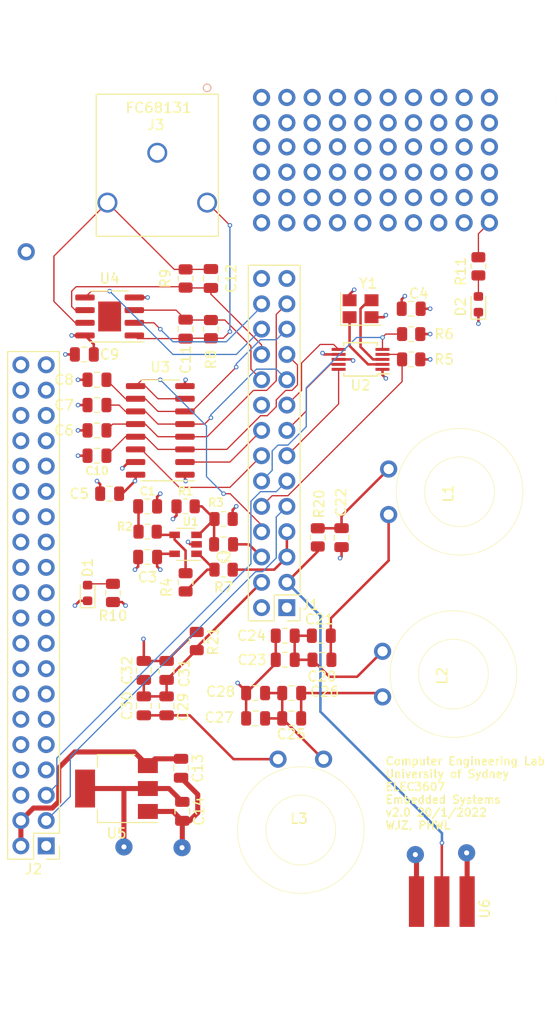
<source format=kicad_pcb>
(kicad_pcb (version 20171130) (host pcbnew 5.1.12-84ad8e8a86~92~ubuntu18.04.1)
  (layers (0 F.Cu signal) (1 GNDD.Cu power) (2 3V3.Cu power) (31 B.Cu signal) (34 B.Paste user hide) (35 F.Paste user hide) (36 B.SilkS user hide) (37 F.SilkS user) (38 B.Mask user) (39 F.Mask user) (44 Edge.Cuts user))
  (net 0 "")
  (net 1 +3V3)
  (net 2 GND)
  (net 3 "Net-(C1-Pad2)")
  (net 4 "Net-(C2-Pad2)")
  (net 5 RFIN)
  (net 6 Q+)
  (net 7 I+)
  (net 8 Iout)
  (net 9 Qout)
  (net 10 RFOUT)
  (net 11 MIXIN)
  (net 12 I2C_SCL)
  (net 13 I2C_SDA)
  (net 14 CLK0)
  (net 15 MIXCLK0)
  (net 16 CLK1)
  (net 17 MIXCLK90)
  (net 18 CLK2)
  (net 19 MIXI+)
  (net 20 MIXI-)
  (net 21 MIXQ+)
  (net 22 MIXQ-)
  (net 23 "Net-(R2-Pad1)")
  (net 24 "Net-(R4-Pad1)")
  (net 25 "Net-(U2-Pad2)")
  (net 26 "Net-(U2-Pad3)")
  (net 27 I-)
  (net 28 Q-)
  (net 29 "Net-(D1-Pad2)")
  (net 30 "Net-(D2-Pad2)")
  (net 31 LED_IN)
  (net 32 P3_SDA)
  (net 33 P5_SCL)
  (net 34 "Net-(J1-Pad28)")
  (net 35 "Net-(C13-Pad1)")
  (net 36 "Net-(C20-Pad1)")
  (net 37 "Net-(C20-Pad2)")
  (net 38 "Net-(C22-Pad1)")
  (net 39 "Net-(C25-Pad2)")
  (net 40 "Net-(C25-Pad1)")
  (net 41 "Net-(C29-Pad1)")
  (net 42 "Net-(J1-Pad27)")
  (net 43 "Net-(J2-Pad40)")
  (net 44 "Net-(J2-Pad38)")
  (net 45 "Net-(J2-Pad37)")
  (net 46 "Net-(J2-Pad36)")
  (net 47 "Net-(J2-Pad35)")
  (net 48 "Net-(J2-Pad33)")
  (net 49 "Net-(J2-Pad32)")
  (net 50 "Net-(J2-Pad31)")
  (net 51 "Net-(J2-Pad30)")
  (net 52 "Net-(J2-Pad29)")
  (net 53 "Net-(J2-Pad28)")
  (net 54 "Net-(J2-Pad27)")
  (net 55 "Net-(J2-Pad26)")
  (net 56 "Net-(J2-Pad24)")
  (net 57 "Net-(J2-Pad23)")
  (net 58 "Net-(J2-Pad22)")
  (net 59 "Net-(J2-Pad21)")
  (net 60 "Net-(J2-Pad19)")
  (net 61 "Net-(J2-Pad18)")
  (net 62 "Net-(J2-Pad17)")
  (net 63 "Net-(J2-Pad16)")
  (net 64 "Net-(J2-Pad15)")
  (net 65 "Net-(J2-Pad13)")
  (net 66 "Net-(J2-Pad12)")
  (net 67 "Net-(J2-Pad11)")
  (net 68 "Net-(J2-Pad10)")
  (net 69 "Net-(J2-Pad8)")
  (net 70 "Net-(J2-Pad1)")
  (net 71 BPFOUT)
  (net 72 BPFIN)
  (net 73 "Net-(J2-Pad7)")
  (module AudioJack:T94-10 (layer F.Cu) (at 143.0274 133.3627 180)
    (fp_text reference L3 (at 0.1778 1.143) (layer F.SilkS))
    (fp_text value INDUCTOR)
    (pad 2 thru_hole circle (at 2.286 7.112 180) (size 1.7272 1.7272) (drill 1.016) (layers *.Cu *.Mask) (net 41 "Net-(C29-Pad1)"))
    (pad 1 thru_hole circle (at -2.286 7.112 180) (size 1.7272 1.7272) (drill 1.016) (layers *.Cu *.Mask) (net 39 "Net-(C25-Pad2)"))
  )
  (module AudioJack:T94-10 (layer F.Cu) (at 158.9532 99.4283 270)
    (fp_text reference L1 (at 0.1778 1.143 90) (layer F.SilkS))
    (fp_text value INDUCTOR)
    (pad 2 thru_hole circle (at 2.286 7.112 270) (size 1.7272 1.7272) (drill 1.016) (layers *.Cu *.Mask) (net 36 "Net-(C20-Pad1)"))
    (pad 1 thru_hole circle (at -2.286 7.112 270) (size 1.7272 1.7272) (drill 1.016) (layers *.Cu *.Mask) (net 38 "Net-(C22-Pad1)"))
  )
  (module AudioJack:T94-10 (layer F.Cu) (at 158.3436 117.7163 270)
    (fp_text reference L2 (at 0.1778 1.143 90) (layer F.SilkS))
    (fp_text value INDUCTOR)
    (pad 2 thru_hole circle (at 2.286 7.112 270) (size 1.7272 1.7272) (drill 1.016) (layers *.Cu *.Mask) (net 40 "Net-(C25-Pad1)"))
    (pad 1 thru_hole circle (at -2.286 7.112 270) (size 1.7272 1.7272) (drill 1.016) (layers *.Cu *.Mask) (net 37 "Net-(C20-Pad2)"))
  )
  (module AudioJack:FC68131 (layer F.Cu) (at 133.6294 62.9158 270)
    (fp_text reference J3 (at -0.2921 5.1435) (layer F.SilkS))
    (fp_text value FC68131 (at -2.0066 4.8641) (layer F.SilkS))
    (pad 1 thru_hole circle (at 2.5 5 270) (size 2.0066 2.0066) (drill 1.4986) (layers *.Cu *.Mask) (net 2 GND))
    (pad 3 thru_hole circle (at 7.5 0 270) (size 2.0066 2.0066) (drill 1.4986) (layers *.Cu *.Mask) (net 8 Iout))
    (pad 2 thru_hole circle (at 7.5 10 270) (size 2.0066 2.0066) (drill 1.4986) (layers *.Cu *.Mask) (net 9 Qout))
  )
  (module AudioJack:BWSMA-KE-P001 (layer F.Cu) (at 157.1752 143.8402 270)
    (fp_text reference U6 (at -2.6 -4.3 270) (layer F.SilkS))
    (fp_text value BWSMA-KE-P001)
    (pad 3 smd rect (at -3.302 2.54 270) (size 5.08 1.524) (layers F.Cu F.Paste F.Mask) (net 2 GND))
    (pad 5 smd rect (at -3.302 0 270) (size 5.08 1.524) (layers F.Cu F.Paste F.Mask) (net 72 BPFIN))
    (pad 2 smd rect (at -3.302 -2.54 270) (size 5.08 1.524) (layers F.Cu F.Paste F.Mask) (net 2 GND))
  )
  (module Resistor_SMD:R_0805_2012Metric (layer F.Cu) (at 160.8455 76.8096 270)
    (fp_text reference R11 (at 0.508 1.778 90) (layer F.SilkS))
    (fp_text value 200)
    (pad 1 smd roundrect (at -0.9125 0 270) (size 1.025 1.4) (layers F.Cu F.Paste F.Mask) (roundrect_rratio 0.2439004878048781) (net 31 LED_IN))
    (pad 2 smd roundrect (at 0.9125 0 270) (size 1.025 1.4) (layers F.Cu F.Paste F.Mask) (roundrect_rratio 0.2439004878048781) (net 30 "Net-(D2-Pad2)"))
  )
  (module Diode_SMD:D_0603_1608Metric (layer F.Cu) (at 160.8455 80.6196 90)
    (fp_text reference D2 (at -0.254 -1.778 90) (layer F.SilkS))
    (fp_text value "LED blue")
    (pad 1 smd roundrect (at -0.7875 0 90) (size 0.875 0.95) (layers F.Cu F.Paste F.Mask) (net 2 GND))
    (pad 2 smd roundrect (at 0.7875 0 90) (size 0.875 0.95) (layers F.Cu F.Paste F.Mask) (net 30 "Net-(D2-Pad2)"))
  )
  (module Connector_PinHeader_2.54mm:PinHeader_2x20_P2.54mm_Vertical (layer F.Cu) (at 117.4877 134.9502 180)
    (fp_text reference J2 (at 1.27 -2.33) (layer F.SilkS))
    (fp_text value Conn_02x20_Odd_Even)
    (pad 40 thru_hole oval (at 2.54 48.26 180) (size 1.7 1.7) (drill 1) (layers *.Cu *.Mask) (net 43 "Net-(J2-Pad40)"))
    (pad 39 thru_hole oval (at 0 48.26 180) (size 1.7 1.7) (drill 1) (layers *.Cu *.Mask) (net 2 GND))
    (pad 38 thru_hole oval (at 2.54 45.72 180) (size 1.7 1.7) (drill 1) (layers *.Cu *.Mask) (net 44 "Net-(J2-Pad38)"))
    (pad 37 thru_hole oval (at 0 45.72 180) (size 1.7 1.7) (drill 1) (layers *.Cu *.Mask) (net 45 "Net-(J2-Pad37)"))
    (pad 36 thru_hole oval (at 2.54 43.18 180) (size 1.7 1.7) (drill 1) (layers *.Cu *.Mask) (net 46 "Net-(J2-Pad36)"))
    (pad 35 thru_hole oval (at 0 43.18 180) (size 1.7 1.7) (drill 1) (layers *.Cu *.Mask) (net 47 "Net-(J2-Pad35)"))
    (pad 34 thru_hole oval (at 2.54 40.64 180) (size 1.7 1.7) (drill 1) (layers *.Cu *.Mask) (net 2 GND))
    (pad 33 thru_hole oval (at 0 40.64 180) (size 1.7 1.7) (drill 1) (layers *.Cu *.Mask) (net 48 "Net-(J2-Pad33)"))
    (pad 32 thru_hole oval (at 2.54 38.1 180) (size 1.7 1.7) (drill 1) (layers *.Cu *.Mask) (net 49 "Net-(J2-Pad32)"))
    (pad 31 thru_hole oval (at 0 38.1 180) (size 1.7 1.7) (drill 1) (layers *.Cu *.Mask) (net 50 "Net-(J2-Pad31)"))
    (pad 30 thru_hole oval (at 2.54 35.56 180) (size 1.7 1.7) (drill 1) (layers *.Cu *.Mask) (net 51 "Net-(J2-Pad30)"))
    (pad 29 thru_hole oval (at 0 35.56 180) (size 1.7 1.7) (drill 1) (layers *.Cu *.Mask) (net 52 "Net-(J2-Pad29)"))
    (pad 28 thru_hole oval (at 2.54 33.02 180) (size 1.7 1.7) (drill 1) (layers *.Cu *.Mask) (net 53 "Net-(J2-Pad28)"))
    (pad 27 thru_hole oval (at 0 33.02 180) (size 1.7 1.7) (drill 1) (layers *.Cu *.Mask) (net 54 "Net-(J2-Pad27)"))
    (pad 26 thru_hole oval (at 2.54 30.48 180) (size 1.7 1.7) (drill 1) (layers *.Cu *.Mask) (net 55 "Net-(J2-Pad26)"))
    (pad 25 thru_hole oval (at 0 30.48 180) (size 1.7 1.7) (drill 1) (layers *.Cu *.Mask) (net 2 GND))
    (pad 24 thru_hole oval (at 2.54 27.94 180) (size 1.7 1.7) (drill 1) (layers *.Cu *.Mask) (net 56 "Net-(J2-Pad24)"))
    (pad 23 thru_hole oval (at 0 27.94 180) (size 1.7 1.7) (drill 1) (layers *.Cu *.Mask) (net 57 "Net-(J2-Pad23)"))
    (pad 22 thru_hole oval (at 2.54 25.4 180) (size 1.7 1.7) (drill 1) (layers *.Cu *.Mask) (net 58 "Net-(J2-Pad22)"))
    (pad 21 thru_hole oval (at 0 25.4 180) (size 1.7 1.7) (drill 1) (layers *.Cu *.Mask) (net 59 "Net-(J2-Pad21)"))
    (pad 20 thru_hole oval (at 2.54 22.86 180) (size 1.7 1.7) (drill 1) (layers *.Cu *.Mask) (net 2 GND))
    (pad 19 thru_hole oval (at 0 22.86 180) (size 1.7 1.7) (drill 1) (layers *.Cu *.Mask) (net 60 "Net-(J2-Pad19)"))
    (pad 18 thru_hole oval (at 2.54 20.32 180) (size 1.7 1.7) (drill 1) (layers *.Cu *.Mask) (net 61 "Net-(J2-Pad18)"))
    (pad 17 thru_hole oval (at 0 20.32 180) (size 1.7 1.7) (drill 1) (layers *.Cu *.Mask) (net 62 "Net-(J2-Pad17)"))
    (pad 16 thru_hole oval (at 2.54 17.78 180) (size 1.7 1.7) (drill 1) (layers *.Cu *.Mask) (net 63 "Net-(J2-Pad16)"))
    (pad 15 thru_hole oval (at 0 17.78 180) (size 1.7 1.7) (drill 1) (layers *.Cu *.Mask) (net 64 "Net-(J2-Pad15)"))
    (pad 14 thru_hole oval (at 2.54 15.24 180) (size 1.7 1.7) (drill 1) (layers *.Cu *.Mask) (net 2 GND))
    (pad 13 thru_hole oval (at 0 15.24 180) (size 1.7 1.7) (drill 1) (layers *.Cu *.Mask) (net 65 "Net-(J2-Pad13)"))
    (pad 12 thru_hole oval (at 2.54 12.7 180) (size 1.7 1.7) (drill 1) (layers *.Cu *.Mask) (net 66 "Net-(J2-Pad12)"))
    (pad 11 thru_hole oval (at 0 12.7 180) (size 1.7 1.7) (drill 1) (layers *.Cu *.Mask) (net 67 "Net-(J2-Pad11)"))
    (pad 10 thru_hole oval (at 2.54 10.16 180) (size 1.7 1.7) (drill 1) (layers *.Cu *.Mask) (net 68 "Net-(J2-Pad10)"))
    (pad 9 thru_hole oval (at 0 10.16 180) (size 1.7 1.7) (drill 1) (layers *.Cu *.Mask) (net 2 GND))
    (pad 8 thru_hole oval (at 2.54 7.62 180) (size 1.7 1.7) (drill 1) (layers *.Cu *.Mask) (net 69 "Net-(J2-Pad8)"))
    (pad 7 thru_hole oval (at 0 7.62 180) (size 1.7 1.7) (drill 1) (layers *.Cu *.Mask) (net 73 "Net-(J2-Pad7)"))
    (pad 6 thru_hole oval (at 2.54 5.08 180) (size 1.7 1.7) (drill 1) (layers *.Cu *.Mask) (net 2 GND))
    (pad 5 thru_hole oval (at 0 5.08 180) (size 1.7 1.7) (drill 1) (layers *.Cu *.Mask) (net 33 P5_SCL))
    (pad 4 thru_hole oval (at 2.54 2.54 180) (size 1.7 1.7) (drill 1) (layers *.Cu *.Mask) (net 35 "Net-(C13-Pad1)"))
    (pad 3 thru_hole oval (at 0 2.54 180) (size 1.7 1.7) (drill 1) (layers *.Cu *.Mask) (net 32 P3_SDA))
    (pad 2 thru_hole oval (at 2.54 0 180) (size 1.7 1.7) (drill 1) (layers *.Cu *.Mask) (net 35 "Net-(C13-Pad1)"))
    (pad 1 thru_hole rect (at 0 0 180) (size 1.7 1.7) (drill 1) (layers *.Cu *.Mask) (net 70 "Net-(J2-Pad1)"))
  )
  (module Resistor_SMD:R_0805_2012Metric (layer F.Cu) (at 124.1806 109.5756 90)
    (fp_text reference R10 (at -2.286 0 180) (layer F.SilkS))
    (fp_text value 62)
    (pad 2 smd roundrect (at 0.9125 0 90) (size 1.025 1.4) (layers F.Cu F.Paste F.Mask) (roundrect_rratio 0.2439004878048781) (net 29 "Net-(D1-Pad2)"))
    (pad 1 smd roundrect (at -0.9125 0 90) (size 1.025 1.4) (layers F.Cu F.Paste F.Mask) (roundrect_rratio 0.2439004878048781) (net 1 +3V3))
  )
  (module Diode_SMD:D_0603_1608Metric (layer F.Cu) (at 121.6406 109.5756 90)
    (fp_text reference D1 (at 2.54 0 90) (layer F.SilkS))
    (fp_text value "LED yellow")
    (pad 2 smd roundrect (at 0.7875 0 90) (size 0.875 0.95) (layers F.Cu F.Paste F.Mask) (net 29 "Net-(D1-Pad2)"))
    (pad 1 smd roundrect (at -0.7875 0 90) (size 0.875 0.95) (layers F.Cu F.Paste F.Mask) (net 2 GND))
  )
  (module Package_TO_SOT_SMD:SOT-23-5 (layer F.Cu) (at 131.4704 104.6988 180)
    (fp_text reference U1 (at -0.508 2.286) (layer F.SilkS) (effects (font (size 0.8 0.8))))
    (fp_text value THS4304)
    (pad 5 smd rect (at 1.1 -0.95 180) (size 1.06 0.65) (layers F.Cu F.Paste F.Mask) (net 1 +3V3))
    (pad 4 smd rect (at 1.1 0.95 180) (size 1.06 0.65) (layers F.Cu F.Paste F.Mask) (net 23 "Net-(R2-Pad1)"))
    (pad 3 smd rect (at -1.1 0.95 180) (size 1.06 0.65) (layers F.Cu F.Paste F.Mask) (net 4 "Net-(C2-Pad2)"))
    (pad 2 smd rect (at -1.1 0 180) (size 1.06 0.65) (layers F.Cu F.Paste F.Mask) (net 2 GND))
    (pad 1 smd rect (at -1.1 -0.95 180) (size 1.06 0.65) (layers F.Cu F.Paste F.Mask) (net 24 "Net-(R4-Pad1)"))
  )
  (module Capacitor_SMD:C_0805_2012Metric (layer F.Cu) (at 135.2804 104.6988 180)
    (fp_text reference C2 (at 0 -1.27) (layer F.SilkS) (effects (font (size 0.8 0.8))))
    (fp_text value 0.01uF)
    (pad 2 smd roundrect (at 0.95 0 180) (size 1 1.45) (layers F.Cu F.Paste F.Mask) (net 4 "Net-(C2-Pad2)"))
    (pad 1 smd roundrect (at -0.95 0 180) (size 1 1.45) (layers F.Cu F.Paste F.Mask) (net 5 RFIN))
  )
  (module Capacitor_SMD:C_0805_2012Metric (layer F.Cu) (at 127.6604 100.8888 180)
    (fp_text reference C1 (at 0 1.524) (layer F.SilkS) (effects (font (size 0.8 0.8))))
    (fp_text value 0.1uF)
    (pad 2 smd roundrect (at 0.95 0 180) (size 1 1.45) (layers F.Cu F.Paste F.Mask) (net 3 "Net-(C1-Pad2)"))
    (pad 1 smd roundrect (at -0.95 0 180) (size 1 1.45) (layers F.Cu F.Paste F.Mask) (net 2 GND))
  )
  (module Package_SO:MSOP-10_3x3mm_P0.5mm (layer F.Cu) (at 149.0218 86.1441 180)
    (fp_text reference U2 (at 0 -2.6) (layer F.SilkS))
    (fp_text value Si5351A-B-GT)
    (pad 1 smd rect (at -2.2 -1 180) (size 1.4 0.3) (layers F.Cu F.Paste F.Mask) (net 1 +3V3))
    (pad 2 smd rect (at -2.2 -0.5 180) (size 1.4 0.3) (layers F.Cu F.Paste F.Mask) (net 25 "Net-(U2-Pad2)"))
    (pad 3 smd rect (at -2.2 0 180) (size 1.4 0.3) (layers F.Cu F.Paste F.Mask) (net 26 "Net-(U2-Pad3)"))
    (pad 4 smd rect (at -2.2 0.5 180) (size 1.4 0.3) (layers F.Cu F.Paste F.Mask) (net 12 I2C_SCL))
    (pad 5 smd rect (at -2.2 1 180) (size 1.4 0.3) (layers F.Cu F.Paste F.Mask) (net 13 I2C_SDA))
    (pad 6 smd rect (at 2.2 1 180) (size 1.4 0.3) (layers F.Cu F.Paste F.Mask) (net 18 CLK2))
    (pad 7 smd rect (at 2.2 0.5 180) (size 1.4 0.3) (layers F.Cu F.Paste F.Mask) (net 1 +3V3))
    (pad 8 smd rect (at 2.2 0 180) (size 1.4 0.3) (layers F.Cu F.Paste F.Mask) (net 2 GND))
    (pad 9 smd rect (at 2.2 -0.5 180) (size 1.4 0.3) (layers F.Cu F.Paste F.Mask) (net 16 CLK1))
    (pad 10 smd rect (at 2.2 -1 180) (size 1.4 0.3) (layers F.Cu F.Paste F.Mask) (net 14 CLK0))
  )
  (module Crystal:Crystal_SMD_TXC_7M-4Pin_3.2x2.5mm (layer F.Cu) (at 149.0218 81.0641)
    (fp_text reference Y1 (at 0.762 -2.54) (layer F.SilkS))
    (fp_text value Crystal)
    (pad 4 smd rect (at -1.1 -0.85) (size 1.4 1.2) (layers F.Cu F.Paste F.Mask) (net 2 GND))
    (pad 3 smd rect (at 1.1 -0.85) (size 1.4 1.2) (layers F.Cu F.Paste F.Mask) (net 26 "Net-(U2-Pad3)"))
    (pad 2 smd rect (at 1.1 0.85) (size 1.4 1.2) (layers F.Cu F.Paste F.Mask) (net 2 GND))
    (pad 1 smd rect (at -1.1 0.85) (size 1.4 1.2) (layers F.Cu F.Paste F.Mask) (net 25 "Net-(U2-Pad2)"))
  )
  (module Capacitor_SMD:C_0805_2012Metric (layer F.Cu) (at 127.6604 105.9688)
    (fp_text reference C3 (at 0 2.032) (layer F.SilkS))
    (fp_text value 0.1uF)
    (pad 1 smd roundrect (at -0.95 0) (size 1 1.45) (layers F.Cu F.Paste F.Mask) (net 2 GND))
    (pad 2 smd roundrect (at 0.95 0) (size 1 1.45) (layers F.Cu F.Paste F.Mask) (net 1 +3V3))
  )
  (module Capacitor_SMD:C_0805_2012Metric (layer F.Cu) (at 154.1018 81.0641 180)
    (fp_text reference C4 (at -0.762 1.524) (layer F.SilkS))
    (fp_text value 0.1uF)
    (pad 1 smd roundrect (at -0.95 0 180) (size 1 1.45) (layers F.Cu F.Paste F.Mask) (net 1 +3V3))
    (pad 2 smd roundrect (at 0.95 0 180) (size 1 1.45) (layers F.Cu F.Paste F.Mask) (net 2 GND))
  )
  (module Capacitor_SMD:C_0805_2012Metric (layer F.Cu) (at 123.8504 99.6188 180)
    (fp_text reference C5 (at 3.048 0) (layer F.SilkS))
    (fp_text value 0.1uF)
    (pad 2 smd roundrect (at 0.95 0 180) (size 1 1.45) (layers F.Cu F.Paste F.Mask) (net 2 GND))
    (pad 1 smd roundrect (at -0.95 0 180) (size 1 1.45) (layers F.Cu F.Paste F.Mask) (net 1 +3V3))
  )
  (module Capacitor_SMD:C_0805_2012Metric (layer F.Cu) (at 122.5804 93.2688 180)
    (fp_text reference C6 (at 3.302 0) (layer F.SilkS))
    (fp_text value 0.1uF)
    (pad 2 smd roundrect (at 0.95 0 180) (size 1 1.45) (layers F.Cu F.Paste F.Mask) (net 2 GND))
    (pad 1 smd roundrect (at -0.95 0 180) (size 1 1.45) (layers F.Cu F.Paste F.Mask) (net 22 MIXQ-))
  )
  (module Capacitor_SMD:C_0805_2012Metric (layer F.Cu) (at 122.5804 90.7288 180)
    (fp_text reference C7 (at 3.302 0) (layer F.SilkS))
    (fp_text value 0.1uF)
    (pad 1 smd roundrect (at -0.95 0 180) (size 1 1.45) (layers F.Cu F.Paste F.Mask) (net 19 MIXI+))
    (pad 2 smd roundrect (at 0.95 0 180) (size 1 1.45) (layers F.Cu F.Paste F.Mask) (net 2 GND))
  )
  (module Capacitor_SMD:C_0805_2012Metric (layer F.Cu) (at 122.5804 88.1888 180)
    (fp_text reference C8 (at 3.302 0) (layer F.SilkS))
    (fp_text value 0.1uF)
    (pad 2 smd roundrect (at 0.95 0 180) (size 1 1.45) (layers F.Cu F.Paste F.Mask) (net 2 GND))
    (pad 1 smd roundrect (at -0.95 0 180) (size 1 1.45) (layers F.Cu F.Paste F.Mask) (net 21 MIXQ+))
  )
  (module Capacitor_SMD:C_0805_2012Metric (layer F.Cu) (at 121.3104 85.6488 180)
    (fp_text reference C9 (at -2.54 0) (layer F.SilkS))
    (fp_text value 0.1uF)
    (pad 2 smd roundrect (at 0.95 0 180) (size 1 1.45) (layers F.Cu F.Paste F.Mask) (net 2 GND))
    (pad 1 smd roundrect (at -0.95 0 180) (size 1 1.45) (layers F.Cu F.Paste F.Mask) (net 1 +3V3))
  )
  (module Capacitor_SMD:C_0805_2012Metric (layer F.Cu) (at 122.5804 95.8088 180)
    (fp_text reference C10 (at 0 -1.524) (layer F.SilkS) (effects (font (size 0.8 0.8))))
    (fp_text value 0.1uF)
    (pad 1 smd roundrect (at -0.95 0 180) (size 1 1.45) (layers F.Cu F.Paste F.Mask) (net 20 MIXI-))
    (pad 2 smd roundrect (at 0.95 0 180) (size 1 1.45) (layers F.Cu F.Paste F.Mask) (net 2 GND))
  )
  (module Capacitor_SMD:C_0805_2012Metric (layer F.Cu) (at 131.4704 83.1088 90)
    (fp_text reference C11 (at -3.048 0 90) (layer F.SilkS))
    (fp_text value 3300pF)
    (pad 2 smd roundrect (at 0.95 0 90) (size 1 1.45) (layers F.Cu F.Paste F.Mask) (net 7 I+))
    (pad 1 smd roundrect (at -0.95 0 90) (size 1 1.45) (layers F.Cu F.Paste F.Mask) (net 8 Iout))
  )
  (module Capacitor_SMD:C_0805_2012Metric (layer F.Cu) (at 134.0104 78.0288 270)
    (fp_text reference C12 (at 0 -2.032 90) (layer F.SilkS))
    (fp_text value 3300pF)
    (pad 1 smd roundrect (at -0.95 0 270) (size 1 1.45) (layers F.Cu F.Paste F.Mask) (net 9 Qout))
    (pad 2 smd roundrect (at 0.95 0 270) (size 1 1.45) (layers F.Cu F.Paste F.Mask) (net 27 I-))
  )
  (module Resistor_SMD:R_0805_2012Metric (layer F.Cu) (at 131.4704 100.8888)
    (fp_text reference R1 (at 0 -1.524) (layer F.SilkS) (effects (font (size 0.8 0.8))))
    (fp_text value 470)
    (pad 1 smd roundrect (at -0.9125 0) (size 1.025 1.4) (layers F.Cu F.Paste F.Mask) (roundrect_rratio 0.2439004878048781) (net 2 GND))
    (pad 2 smd roundrect (at 0.9125 0) (size 1.025 1.4) (layers F.Cu F.Paste F.Mask) (roundrect_rratio 0.2439004878048781) (net 4 "Net-(C2-Pad2)"))
  )
  (module Resistor_SMD:R_0805_2012Metric (layer F.Cu) (at 127.6604 103.4288 180)
    (fp_text reference R2 (at 2.286 0.508) (layer F.SilkS) (effects (font (size 0.8 0.8))))
    (fp_text value 47)
    (pad 1 smd roundrect (at -0.9125 0 180) (size 1.025 1.4) (layers F.Cu F.Paste F.Mask) (roundrect_rratio 0.2439004878048781) (net 23 "Net-(R2-Pad1)"))
    (pad 2 smd roundrect (at 0.9125 0 180) (size 1.025 1.4) (layers F.Cu F.Paste F.Mask) (roundrect_rratio 0.2439004878048781) (net 3 "Net-(C1-Pad2)"))
  )
  (module Resistor_SMD:R_0805_2012Metric (layer F.Cu) (at 135.2804 102.1588)
    (fp_text reference R3 (at -0.762 -1.65) (layer F.SilkS) (effects (font (size 0.8 0.8))))
    (fp_text value 470)
    (pad 2 smd roundrect (at 0.9125 0) (size 1.025 1.4) (layers F.Cu F.Paste F.Mask) (roundrect_rratio 0.2439004878048781) (net 1 +3V3))
    (pad 1 smd roundrect (at -0.9125 0) (size 1.025 1.4) (layers F.Cu F.Paste F.Mask) (roundrect_rratio 0.2439004878048781) (net 4 "Net-(C2-Pad2)"))
  )
  (module Resistor_SMD:R_0805_2012Metric (layer F.Cu) (at 131.4704 108.5088 90)
    (fp_text reference R4 (at -0.508 -1.905 90) (layer F.SilkS))
    (fp_text value 220)
    (pad 1 smd roundrect (at -0.9125 0 90) (size 1.025 1.4) (layers F.Cu F.Paste F.Mask) (roundrect_rratio 0.2439004878048781) (net 24 "Net-(R4-Pad1)"))
    (pad 2 smd roundrect (at 0.9125 0 90) (size 1.025 1.4) (layers F.Cu F.Paste F.Mask) (roundrect_rratio 0.2439004878048781) (net 23 "Net-(R2-Pad1)"))
  )
  (module Resistor_SMD:R_0805_2012Metric (layer F.Cu) (at 154.1018 86.1441)
    (fp_text reference R5 (at 3.302 0) (layer F.SilkS))
    (fp_text value 4.7k)
    (pad 1 smd roundrect (at -0.9125 0) (size 1.025 1.4) (layers F.Cu F.Paste F.Mask) (roundrect_rratio 0.2439004878048781) (net 12 I2C_SCL))
    (pad 2 smd roundrect (at 0.9125 0) (size 1.025 1.4) (layers F.Cu F.Paste F.Mask) (roundrect_rratio 0.2439004878048781) (net 1 +3V3))
  )
  (module Resistor_SMD:R_0805_2012Metric (layer F.Cu) (at 154.1018 83.6041)
    (fp_text reference R6 (at 3.302 0) (layer F.SilkS))
    (fp_text value 4.7k)
    (pad 2 smd roundrect (at 0.9125 0) (size 1.025 1.4) (layers F.Cu F.Paste F.Mask) (roundrect_rratio 0.2439004878048781) (net 1 +3V3))
    (pad 1 smd roundrect (at -0.9125 0) (size 1.025 1.4) (layers F.Cu F.Paste F.Mask) (roundrect_rratio 0.2439004878048781) (net 13 I2C_SDA))
  )
  (module Resistor_SMD:R_0805_2012Metric (layer F.Cu) (at 135.2804 107.2388 180)
    (fp_text reference R7 (at 0 -1.778) (layer F.SilkS))
    (fp_text value 100)
    (pad 2 smd roundrect (at 0.9125 0 180) (size 1.025 1.4) (layers F.Cu F.Paste F.Mask) (roundrect_rratio 0.2439004878048781) (net 24 "Net-(R4-Pad1)"))
    (pad 1 smd roundrect (at -0.9125 0 180) (size 1.025 1.4) (layers F.Cu F.Paste F.Mask) (roundrect_rratio 0.2439004878048781) (net 10 RFOUT))
  )
  (module Resistor_SMD:R_0805_2012Metric (layer F.Cu) (at 134.0104 83.1088 90)
    (fp_text reference R8 (at -3.048 0 90) (layer F.SilkS))
    (fp_text value 10K)
    (pad 2 smd roundrect (at 0.9125 0 90) (size 1.025 1.4) (layers F.Cu F.Paste F.Mask) (roundrect_rratio 0.2439004878048781) (net 7 I+))
    (pad 1 smd roundrect (at -0.9125 0 90) (size 1.025 1.4) (layers F.Cu F.Paste F.Mask) (roundrect_rratio 0.2439004878048781) (net 8 Iout))
  )
  (module Resistor_SMD:R_0805_2012Metric (layer F.Cu) (at 131.4704 78.0288 270)
    (fp_text reference R9 (at 0 2.032 90) (layer F.SilkS))
    (fp_text value 10K)
    (pad 1 smd roundrect (at -0.9125 0 270) (size 1.025 1.4) (layers F.Cu F.Paste F.Mask) (roundrect_rratio 0.2439004878048781) (net 9 Qout))
    (pad 2 smd roundrect (at 0.9125 0 270) (size 1.025 1.4) (layers F.Cu F.Paste F.Mask) (roundrect_rratio 0.2439004878048781) (net 27 I-))
  )
  (module Package_SO:SOIC-16_3.9x9.9mm_P1.27mm (layer F.Cu) (at 128.9304 93.2688 180)
    (fp_text reference U3 (at 0 6.35) (layer F.SilkS))
    (fp_text value TS3A5017)
    (pad 1 smd roundrect (at -2.475 -4.445 180) (size 1.95 0.6) (layers F.Cu F.Paste F.Mask) (net 2 GND))
    (pad 2 smd roundrect (at -2.475 -3.175 180) (size 1.95 0.6) (layers F.Cu F.Paste F.Mask) (net 17 MIXCLK90))
    (pad 3 smd roundrect (at -2.475 -1.905 180) (size 1.95 0.6) (layers F.Cu F.Paste F.Mask) (net 20 MIXI-))
    (pad 4 smd roundrect (at -2.475 -0.635 180) (size 1.95 0.6) (layers F.Cu F.Paste F.Mask) (net 22 MIXQ-))
    (pad 5 smd roundrect (at -2.475 0.635 180) (size 1.95 0.6) (layers F.Cu F.Paste F.Mask) (net 19 MIXI+))
    (pad 6 smd roundrect (at -2.475 1.905 180) (size 1.95 0.6) (layers F.Cu F.Paste F.Mask) (net 21 MIXQ+))
    (pad 7 smd roundrect (at -2.475 3.175 180) (size 1.95 0.6) (layers F.Cu F.Paste F.Mask) (net 11 MIXIN))
    (pad 8 smd roundrect (at -2.475 4.445 180) (size 1.95 0.6) (layers F.Cu F.Paste F.Mask) (net 2 GND))
    (pad 9 smd roundrect (at 2.475 4.445 180) (size 1.95 0.6) (layers F.Cu F.Paste F.Mask) (net 11 MIXIN))
    (pad 10 smd roundrect (at 2.475 3.175 180) (size 1.95 0.6) (layers F.Cu F.Paste F.Mask) (net 21 MIXQ+))
    (pad 11 smd roundrect (at 2.475 1.905 180) (size 1.95 0.6) (layers F.Cu F.Paste F.Mask) (net 19 MIXI+))
    (pad 12 smd roundrect (at 2.475 0.635 180) (size 1.95 0.6) (layers F.Cu F.Paste F.Mask) (net 22 MIXQ-))
    (pad 13 smd roundrect (at 2.475 -0.635 180) (size 1.95 0.6) (layers F.Cu F.Paste F.Mask) (net 20 MIXI-))
    (pad 14 smd roundrect (at 2.475 -1.905 180) (size 1.95 0.6) (layers F.Cu F.Paste F.Mask) (net 15 MIXCLK0))
    (pad 15 smd roundrect (at 2.475 -3.175 180) (size 1.95 0.6) (layers F.Cu F.Paste F.Mask) (net 2 GND))
    (pad 16 smd roundrect (at 2.475 -4.445 180) (size 1.95 0.6) (layers F.Cu F.Paste F.Mask) (net 1 +3V3))
  )
  (module Package_SO:SOIC-8-1EP_3.9x4.9mm_P1.27mm_EP2.29x3mm (layer F.Cu) (at 123.8504 81.8388 180)
    (fp_text reference U4 (at 0 3.81) (layer F.SilkS))
    (fp_text value TL972)
    (pad 1 smd roundrect (at -2.475 -1.905 180) (size 1.95 0.6) (layers F.Cu F.Paste F.Mask) (net 8 Iout))
    (pad 2 smd roundrect (at -2.475 -0.635 180) (size 1.95 0.6) (layers F.Cu F.Paste F.Mask) (net 28 Q-))
    (pad 3 smd roundrect (at -2.475 0.635 180) (size 1.95 0.6) (layers F.Cu F.Paste F.Mask) (net 7 I+))
    (pad 4 smd roundrect (at -2.475 1.905 180) (size 1.95 0.6) (layers F.Cu F.Paste F.Mask) (net 2 GND))
    (pad 5 smd roundrect (at 2.475 1.905 180) (size 1.95 0.6) (layers F.Cu F.Paste F.Mask) (net 6 Q+))
    (pad 6 smd roundrect (at 2.475 0.635 180) (size 1.95 0.6) (layers F.Cu F.Paste F.Mask) (net 27 I-))
    (pad 7 smd roundrect (at 2.475 -0.635 180) (size 1.95 0.6) (layers F.Cu F.Paste F.Mask) (net 9 Qout))
    (pad 8 smd roundrect (at 2.475 -1.905 180) (size 1.95 0.6) (layers F.Cu F.Paste F.Mask) (net 1 +3V3))
    (pad 9 smd rect (at 0 0 180) (size 2.29 3) (layers F.Cu F.Mask))
  )
  (module Connector_PinHeader_2.54mm:PinHeader_2x14_P2.54mm_Vertical (layer F.Cu) (at 141.6304 111.0488 180)
    (fp_text reference J1 (at -2.3622 0.2794) (layer F.SilkS))
    (fp_text value Conn_02x14_Odd_Even)
    (pad 1 thru_hole rect (at 0 0 180) (size 1.7 1.7) (drill 1) (layers *.Cu *.Mask) (net 2 GND))
    (pad 2 thru_hole oval (at 2.54 0 180) (size 1.7 1.7) (drill 1) (layers *.Cu *.Mask) (net 1 +3V3))
    (pad 3 thru_hole oval (at 0 2.54 180) (size 1.7 1.7) (drill 1) (layers *.Cu *.Mask) (net 72 BPFIN))
    (pad 4 thru_hole oval (at 2.54 2.54 180) (size 1.7 1.7) (drill 1) (layers *.Cu *.Mask) (net 71 BPFOUT))
    (pad 5 thru_hole oval (at 0 5.08 180) (size 1.7 1.7) (drill 1) (layers *.Cu *.Mask) (net 10 RFOUT))
    (pad 6 thru_hole oval (at 2.54 5.08 180) (size 1.7 1.7) (drill 1) (layers *.Cu *.Mask) (net 5 RFIN))
    (pad 7 thru_hole oval (at 0 7.62 180) (size 1.7 1.7) (drill 1) (layers *.Cu *.Mask) (net 10 RFOUT))
    (pad 8 thru_hole oval (at 2.54 7.62 180) (size 1.7 1.7) (drill 1) (layers *.Cu *.Mask) (net 11 MIXIN))
    (pad 9 thru_hole oval (at 0 10.16 180) (size 1.7 1.7) (drill 1) (layers *.Cu *.Mask) (net 32 P3_SDA))
    (pad 10 thru_hole oval (at 2.54 10.16 180) (size 1.7 1.7) (drill 1) (layers *.Cu *.Mask) (net 12 I2C_SCL))
    (pad 11 thru_hole oval (at 0 12.7 180) (size 1.7 1.7) (drill 1) (layers *.Cu *.Mask) (net 33 P5_SCL))
    (pad 12 thru_hole oval (at 2.54 12.7 180) (size 1.7 1.7) (drill 1) (layers *.Cu *.Mask) (net 13 I2C_SDA))
    (pad 13 thru_hole oval (at 0 15.24 180) (size 1.7 1.7) (drill 1) (layers *.Cu *.Mask) (net 14 CLK0))
    (pad 14 thru_hole oval (at 2.54 15.24 180) (size 1.7 1.7) (drill 1) (layers *.Cu *.Mask) (net 15 MIXCLK0))
    (pad 15 thru_hole oval (at 0 17.78 180) (size 1.7 1.7) (drill 1) (layers *.Cu *.Mask) (net 16 CLK1))
    (pad 16 thru_hole oval (at 2.54 17.78 180) (size 1.7 1.7) (drill 1) (layers *.Cu *.Mask) (net 17 MIXCLK90))
    (pad 17 thru_hole oval (at 0 20.32 180) (size 1.7 1.7) (drill 1) (layers *.Cu *.Mask) (net 18 CLK2))
    (pad 18 thru_hole oval (at 2.54 20.32 180) (size 1.7 1.7) (drill 1) (layers *.Cu *.Mask) (net 2 GND))
    (pad 19 thru_hole oval (at 0 22.86 180) (size 1.7 1.7) (drill 1) (layers *.Cu *.Mask) (net 19 MIXI+))
    (pad 20 thru_hole oval (at 2.54 22.86 180) (size 1.7 1.7) (drill 1) (layers *.Cu *.Mask) (net 7 I+))
    (pad 21 thru_hole oval (at 0 25.4 180) (size 1.7 1.7) (drill 1) (layers *.Cu *.Mask) (net 20 MIXI-))
    (pad 22 thru_hole oval (at 2.54 25.4 180) (size 1.7 1.7) (drill 1) (layers *.Cu *.Mask) (net 27 I-))
    (pad 23 thru_hole oval (at 0 27.94 180) (size 1.7 1.7) (drill 1) (layers *.Cu *.Mask) (net 21 MIXQ+))
    (pad 24 thru_hole oval (at 2.54 27.94 180) (size 1.7 1.7) (drill 1) (layers *.Cu *.Mask) (net 6 Q+))
    (pad 25 thru_hole oval (at 0 30.48 180) (size 1.7 1.7) (drill 1) (layers *.Cu *.Mask) (net 22 MIXQ-))
    (pad 26 thru_hole oval (at 2.54 30.48 180) (size 1.7 1.7) (drill 1) (layers *.Cu *.Mask) (net 28 Q-))
    (pad 27 thru_hole oval (at 0 33.02 180) (size 1.7 1.7) (drill 1) (layers *.Cu *.Mask) (net 42 "Net-(J1-Pad27)"))
    (pad 28 thru_hole oval (at 2.54 33.02 180) (size 1.7 1.7) (drill 1) (layers *.Cu *.Mask) (net 34 "Net-(J1-Pad28)"))
  )
  (module Capacitor_SMD:C_0805_2012Metric (layer F.Cu) (at 131.0132 127.1651 270)
    (fp_text reference C13 (at 0 -1.68 90) (layer F.SilkS))
    (fp_text value 100nF)
    (pad 2 smd roundrect (at 0.95 0 270) (size 1 1.45) (layers F.Cu F.Paste F.Mask) (net 2 GND))
    (pad 1 smd roundrect (at -0.95 0 270) (size 1 1.45) (layers F.Cu F.Paste F.Mask) (net 35 "Net-(C13-Pad1)"))
  )
  (module Capacitor_SMD:C_0805_2012Metric (layer F.Cu) (at 131.1402 131.4831 270)
    (fp_text reference C14 (at 0 -1.68 90) (layer F.SilkS))
    (fp_text value 10uF)
    (pad 2 smd roundrect (at 0.95 0 270) (size 1 1.45) (layers F.Cu F.Paste F.Mask) (net 2 GND))
    (pad 1 smd roundrect (at -0.95 0 270) (size 1 1.45) (layers F.Cu F.Paste F.Mask) (net 1 +3V3))
  )
  (module Capacitor_SMD:C_0805_2012Metric (layer F.Cu) (at 145.1483 116.2812 180)
    (fp_text reference C20 (at 0 -1.68) (layer F.SilkS))
    (fp_text value 33pF)
    (pad 1 smd roundrect (at -0.95 0 180) (size 1 1.45) (layers F.Cu F.Paste F.Mask) (net 36 "Net-(C20-Pad1)"))
    (pad 2 smd roundrect (at 0.95 0 180) (size 1 1.45) (layers F.Cu F.Paste F.Mask) (net 37 "Net-(C20-Pad2)"))
  )
  (module Capacitor_SMD:C_0805_2012Metric (layer F.Cu) (at 145.0873 113.8682 180)
    (fp_text reference C21 (at 0.193 1.651) (layer F.SilkS))
    (fp_text value 27pF)
    (pad 2 smd roundrect (at 0.95 0 180) (size 1 1.45) (layers F.Cu F.Paste F.Mask) (net 37 "Net-(C20-Pad2)"))
    (pad 1 smd roundrect (at -0.95 0 180) (size 1 1.45) (layers F.Cu F.Paste F.Mask) (net 36 "Net-(C20-Pad1)"))
  )
  (module Capacitor_SMD:C_0805_2012Metric (layer F.Cu) (at 147.1168 104.0257 270)
    (fp_text reference C22 (at -3.5306 0.0508 90) (layer F.SilkS))
    (fp_text value 270pF)
    (pad 2 smd roundrect (at 0.95 0 270) (size 1 1.45) (layers F.Cu F.Paste F.Mask) (net 2 GND))
    (pad 1 smd roundrect (at -0.95 0 270) (size 1 1.45) (layers F.Cu F.Paste F.Mask) (net 38 "Net-(C22-Pad1)"))
  )
  (module Capacitor_SMD:C_0805_2012Metric (layer F.Cu) (at 141.4653 116.2812 180)
    (fp_text reference C23 (at 3.3274 -0.0127) (layer F.SilkS))
    (fp_text value 680pF)
    (pad 2 smd roundrect (at 0.95 0 180) (size 1 1.45) (layers F.Cu F.Paste F.Mask) (net 2 GND))
    (pad 1 smd roundrect (at -0.95 0 180) (size 1 1.45) (layers F.Cu F.Paste F.Mask) (net 37 "Net-(C20-Pad2)"))
  )
  (module Capacitor_SMD:C_0805_2012Metric (layer F.Cu) (at 141.4653 113.8682 180)
    (fp_text reference C24 (at 3.3782 0) (layer F.SilkS))
    (fp_text value 22pF)
    (pad 1 smd roundrect (at -0.95 0 180) (size 1 1.45) (layers F.Cu F.Paste F.Mask) (net 37 "Net-(C20-Pad2)"))
    (pad 2 smd roundrect (at 0.95 0 180) (size 1 1.45) (layers F.Cu F.Paste F.Mask) (net 2 GND))
  )
  (module Capacitor_SMD:C_0805_2012Metric (layer F.Cu) (at 142.1155 122.1613 180)
    (fp_text reference C25 (at 0.0533 -1.5875) (layer F.SilkS))
    (fp_text value 33pF)
    (pad 2 smd roundrect (at 0.95 0 180) (size 1 1.45) (layers F.Cu F.Paste F.Mask) (net 39 "Net-(C25-Pad2)"))
    (pad 1 smd roundrect (at -0.95 0 180) (size 1 1.45) (layers F.Cu F.Paste F.Mask) (net 40 "Net-(C25-Pad1)"))
  )
  (module Capacitor_SMD:C_0805_2012Metric (layer F.Cu) (at 142.1155 119.6213 180)
    (fp_text reference C26 (at -3.2995 0.1397) (layer F.SilkS))
    (fp_text value 27pF)
    (pad 1 smd roundrect (at -0.95 0 180) (size 1 1.45) (layers F.Cu F.Paste F.Mask) (net 40 "Net-(C25-Pad1)"))
    (pad 2 smd roundrect (at 0.95 0 180) (size 1 1.45) (layers F.Cu F.Paste F.Mask) (net 39 "Net-(C25-Pad2)"))
  )
  (module Capacitor_SMD:C_0805_2012Metric (layer F.Cu) (at 138.4935 122.1613 180)
    (fp_text reference C27 (at 3.6576 0.0889) (layer F.SilkS))
    (fp_text value 680pF)
    (pad 1 smd roundrect (at -0.95 0 180) (size 1 1.45) (layers F.Cu F.Paste F.Mask) (net 39 "Net-(C25-Pad2)"))
    (pad 2 smd roundrect (at 0.95 0 180) (size 1 1.45) (layers F.Cu F.Paste F.Mask) (net 2 GND))
  )
  (module Capacitor_SMD:C_0805_2012Metric (layer F.Cu) (at 138.4935 119.6213 180)
    (fp_text reference C28 (at 3.5052 0.1397) (layer F.SilkS))
    (fp_text value 22pF)
    (pad 1 smd roundrect (at -0.95 0 180) (size 1 1.45) (layers F.Cu F.Paste F.Mask) (net 39 "Net-(C25-Pad2)"))
    (pad 2 smd roundrect (at 0.95 0 180) (size 1 1.45) (layers F.Cu F.Paste F.Mask) (net 2 GND))
  )
  (module Capacitor_SMD:C_0805_2012Metric (layer F.Cu) (at 129.5654 120.904 90)
    (fp_text reference C29 (at -0.127 1.651 90) (layer F.SilkS))
    (fp_text value 33pF)
    (pad 1 smd roundrect (at -0.95 0 90) (size 1 1.45) (layers F.Cu F.Paste F.Mask) (net 41 "Net-(C29-Pad1)"))
    (pad 2 smd roundrect (at 0.95 0 90) (size 1 1.45) (layers F.Cu F.Paste F.Mask) (net 71 BPFOUT))
  )
  (module Capacitor_SMD:C_0805_2012Metric (layer F.Cu) (at 127.2794 120.904 90)
    (fp_text reference C30 (at 0 -1.68 90) (layer F.SilkS))
    (fp_text value 27pF)
    (pad 1 smd roundrect (at -0.95 0 90) (size 1 1.45) (layers F.Cu F.Paste F.Mask) (net 41 "Net-(C29-Pad1)"))
    (pad 2 smd roundrect (at 0.95 0 90) (size 1 1.45) (layers F.Cu F.Paste F.Mask) (net 71 BPFOUT))
  )
  (module Capacitor_SMD:C_0805_2012Metric (layer F.Cu) (at 129.5654 117.348 90)
    (fp_text reference C31 (at -0.254 1.778 90) (layer F.SilkS))
    (fp_text value 680pF)
    (pad 1 smd roundrect (at -0.95 0 90) (size 1 1.45) (layers F.Cu F.Paste F.Mask) (net 71 BPFOUT))
    (pad 2 smd roundrect (at 0.95 0 90) (size 1 1.45) (layers F.Cu F.Paste F.Mask) (net 2 GND))
  )
  (module Capacitor_SMD:C_0805_2012Metric (layer F.Cu) (at 127.2794 117.348 90)
    (fp_text reference C32 (at 0 -1.68 90) (layer F.SilkS))
    (fp_text value 22pF)
    (pad 2 smd roundrect (at 0.95 0 90) (size 1 1.45) (layers F.Cu F.Paste F.Mask) (net 2 GND))
    (pad 1 smd roundrect (at -0.95 0 90) (size 1 1.45) (layers F.Cu F.Paste F.Mask) (net 71 BPFOUT))
  )
  (module Resistor_SMD:R_0805_2012Metric (layer F.Cu) (at 144.7292 104.0003 270)
    (fp_text reference R20 (at -3.3528 -0.1397 90) (layer F.SilkS))
    (fp_text value 50)
    (pad 2 smd roundrect (at 0.9125 0 270) (size 1.025 1.4) (layers F.Cu F.Paste F.Mask) (roundrect_rratio 0.2439014634146341) (net 72 BPFIN))
    (pad 1 smd roundrect (at -0.9125 0 270) (size 1.025 1.4) (layers F.Cu F.Paste F.Mask) (roundrect_rratio 0.2439014634146341) (net 38 "Net-(C22-Pad1)"))
  )
  (module Resistor_SMD:R_0805_2012Metric (layer F.Cu) (at 132.588 114.4016 270)
    (fp_text reference R21 (at 0 -1.65 90) (layer F.SilkS))
    (fp_text value 50)
    (pad 1 smd roundrect (at -0.9125 0 270) (size 1.025 1.4) (layers F.Cu F.Paste F.Mask) (roundrect_rratio 0.2439014634146341) (net 2 GND))
    (pad 2 smd roundrect (at 0.9125 0 270) (size 1.025 1.4) (layers F.Cu F.Paste F.Mask) (roundrect_rratio 0.2439014634146341) (net 71 BPFOUT))
  )
  (module Package_TO_SOT_SMD:SOT-223-3_TabPin2 (layer F.Cu) (at 124.5362 129.1971 180)
    (fp_text reference U5 (at 0 -4.5) (layer F.SilkS))
    (fp_text value LD1117S33TR_SOT223)
    (pad 2 smd rect (at 3.15 0 180) (size 2 3.8) (layers F.Cu F.Paste F.Mask) (net 1 +3V3))
    (pad 2 smd rect (at -3.15 0 180) (size 2 1.5) (layers F.Cu F.Paste F.Mask) (net 1 +3V3))
    (pad 3 smd rect (at -3.15 2.3 180) (size 2 1.5) (layers F.Cu F.Paste F.Mask) (net 35 "Net-(C13-Pad1)"))
    (pad 1 smd rect (at -3.15 -2.3 180) (size 2 1.5) (layers F.Cu F.Paste F.Mask) (net 2 GND))
  )
  (gr_arc (start 165.519126 140.042748) (end 165.519126 143.255848) (angle -90.45021499) (layer Edge.Cuts) (width 0.00254))
  (gr_arc (start 166.281101 60.820301) (end 168.7449 60.833) (angle -90.03490575) (layer Edge.Cuts) (width 0.00254))
  (gr_arc (start 115.6462 61.1505) (end 115.6462 58.3565) (angle -90) (layer Edge.Cuts) (width 0.00254))
  (gr_arc (start 116.1542 139.954) (end 112.8522 139.954) (angle -90) (layer Edge.Cuts) (width 0.00254))
  (gr_line (start 166.292299 58.356495) (end 115.6462 58.3565) (layer Edge.Cuts) (width 0.00254))
  (gr_line (start 165.519126 143.255848) (end 116.1542 143.256) (layer Edge.Cuts) (width 0.00254))
  (gr_line (start 168.7322 140.0175) (end 168.7449 60.833) (layer Edge.Cuts) (width 0.00254))
  (gr_line (start 112.8522 139.954) (end 112.8522 61.1505) (layer Edge.Cuts) (width 0.00254))
  (gr_text "Computer Engineering Lab\nUniversity of Sydney\nELEC3607\nEmbedded Systems\nv2.0 20/1/2022\nWJZ, PHWL" (at 151.4475 129.667) (layer F.SilkS) (effects (font (size 0.8 0.8)) (justify left)))
  (via (at 151.7904 72.4408) (size 1.7272) (drill 1.016) (layers F.Cu B.Cu) (net 0))
  (via (at 154.3304 72.4408) (size 1.7272) (drill 1.016) (layers F.Cu B.Cu) (net 0))
  (via (at 141.6304 72.4408) (size 1.7272) (drill 1.016) (layers F.Cu B.Cu) (net 0))
  (via (at 154.3304 64.8208) (size 1.7272) (drill 1.016) (layers F.Cu B.Cu) (net 0))
  (via (at 149.2504 67.3608) (size 1.7272) (drill 1.016) (layers F.Cu B.Cu) (net 0))
  (via (at 151.7904 69.9008) (size 1.7272) (drill 1.016) (layers F.Cu B.Cu) (net 0))
  (via (at 144.1704 72.4408) (size 1.7272) (drill 1.016) (layers F.Cu B.Cu) (net 0))
  (via (at 151.7904 64.8208) (size 1.7272) (drill 1.016) (layers F.Cu B.Cu) (net 0))
  (via (at 159.4104 64.8208) (size 1.7272) (drill 1.016) (layers F.Cu B.Cu) (net 0))
  (via (at 154.3304 69.9008) (size 1.7272) (drill 1.016) (layers F.Cu B.Cu) (net 0))
  (via (at 156.8704 67.3608) (size 1.7272) (drill 1.016) (layers F.Cu B.Cu) (net 0))
  (via (at 154.3304 67.3608) (size 1.7272) (drill 1.016) (layers F.Cu B.Cu) (net 0))
  (via (at 144.1704 64.8208) (size 1.7272) (drill 1.016) (layers F.Cu B.Cu) (net 0))
  (via (at 159.4104 72.4408) (size 1.7272) (drill 1.016) (layers F.Cu B.Cu) (net 0))
  (via (at 146.7104 64.8208) (size 1.7272) (drill 1.016) (layers F.Cu B.Cu) (net 0))
  (via (at 144.1704 69.9008) (size 1.7272) (drill 1.016) (layers F.Cu B.Cu) (net 0))
  (via (at 149.2504 69.9008) (size 1.7272) (drill 1.016) (layers F.Cu B.Cu) (net 0))
  (via (at 156.8704 69.9008) (size 1.7272) (drill 1.016) (layers F.Cu B.Cu) (net 0))
  (via (at 156.8704 72.4408) (size 1.7272) (drill 1.016) (layers F.Cu B.Cu) (net 0))
  (via (at 144.1704 67.3608) (size 1.7272) (drill 1.016) (layers F.Cu B.Cu) (net 0))
  (via (at 159.4104 67.3608) (size 1.7272) (drill 1.016) (layers F.Cu B.Cu) (net 0))
  (via (at 159.4104 69.9008) (size 1.7272) (drill 1.016) (layers F.Cu B.Cu) (net 0))
  (via (at 161.9504 69.9008) (size 1.7272) (drill 1.016) (layers F.Cu B.Cu) (net 0))
  (via (at 151.7904 67.3608) (size 1.7272) (drill 1.016) (layers F.Cu B.Cu) (net 0))
  (via (at 141.6304 64.8208) (size 1.7272) (drill 1.016) (layers F.Cu B.Cu) (net 0))
  (via (at 141.6304 67.3608) (size 1.7272) (drill 1.016) (layers F.Cu B.Cu) (net 0))
  (via (at 161.9504 64.8208) (size 1.7272) (drill 1.016) (layers F.Cu B.Cu) (net 0))
  (via (at 161.9504 67.3608) (size 1.7272) (drill 1.016) (layers F.Cu B.Cu) (net 0))
  (via (at 139.0904 69.9008) (size 1.7272) (drill 1.016) (layers F.Cu B.Cu) (net 0))
  (via (at 139.0904 64.8208) (size 1.7272) (drill 1.016) (layers F.Cu B.Cu) (net 0))
  (via (at 146.7104 72.4408) (size 1.7272) (drill 1.016) (layers F.Cu B.Cu) (net 0))
  (via (at 146.7104 69.9008) (size 1.7272) (drill 1.016) (layers F.Cu B.Cu) (net 0))
  (via (at 146.7104 67.3608) (size 1.7272) (drill 1.016) (layers F.Cu B.Cu) (net 0))
  (via (at 156.8704 64.8208) (size 1.7272) (drill 1.016) (layers F.Cu B.Cu) (net 0))
  (via (at 139.0904 72.4408) (size 1.7272) (drill 1.016) (layers F.Cu B.Cu) (net 0))
  (via (at 139.0904 67.3608) (size 1.7272) (drill 1.016) (layers F.Cu B.Cu) (net 0))
  (via (at 141.6304 69.9008) (size 1.7272) (drill 1.016) (layers F.Cu B.Cu) (net 0))
  (via (at 149.2504 64.8208) (size 1.7272) (drill 1.016) (layers F.Cu B.Cu) (net 0))
  (via (at 149.2504 59.8678) (size 1.7272) (drill 1.016) (layers F.Cu B.Cu) (net 0))
  (via (at 159.4104 59.8678) (size 1.7272) (drill 1.016) (layers F.Cu B.Cu) (net 0))
  (via (at 139.0904 59.8678) (size 1.7272) (drill 1.016) (layers F.Cu B.Cu) (net 0))
  (via (at 144.1704 62.4078) (size 1.7272) (drill 1.016) (layers F.Cu B.Cu) (net 0))
  (via (at 149.2504 62.4078) (size 1.7272) (drill 1.016) (layers F.Cu B.Cu) (net 0))
  (via (at 156.8704 62.4078) (size 1.7272) (drill 1.016) (layers F.Cu B.Cu) (net 0))
  (via (at 141.6304 62.4078) (size 1.7272) (drill 1.016) (layers F.Cu B.Cu) (net 0))
  (via (at 151.7904 59.8678) (size 1.7272) (drill 1.016) (layers F.Cu B.Cu) (net 0))
  (via (at 161.9504 62.4078) (size 1.7272) (drill 1.016) (layers F.Cu B.Cu) (net 0))
  (via (at 141.6304 59.8678) (size 1.7272) (drill 1.016) (layers F.Cu B.Cu) (net 0))
  (via (at 146.7104 59.8678) (size 1.7272) (drill 1.016) (layers F.Cu B.Cu) (net 0))
  (via (at 161.9504 59.8678) (size 1.7272) (drill 1.016) (layers F.Cu B.Cu) (net 0))
  (via (at 156.8704 59.8678) (size 1.7272) (drill 1.016) (layers F.Cu B.Cu) (net 0))
  (via (at 139.0904 62.4078) (size 1.7272) (drill 1.016) (layers F.Cu B.Cu) (net 0))
  (via (at 159.4104 62.4078) (size 1.7272) (drill 1.016) (layers F.Cu B.Cu) (net 0))
  (via (at 154.3304 62.4078) (size 1.7272) (drill 1.016) (layers F.Cu B.Cu) (net 0))
  (via (at 151.7904 62.4078) (size 1.7272) (drill 1.016) (layers F.Cu B.Cu) (net 0))
  (via (at 146.7104 62.4078) (size 1.7272) (drill 1.016) (layers F.Cu B.Cu) (net 0))
  (via (at 144.1704 59.8678) (size 1.7272) (drill 1.016) (layers F.Cu B.Cu) (net 0))
  (via (at 154.3304 59.8678) (size 1.7272) (drill 1.016) (layers F.Cu B.Cu) (net 0))
  (via (at 149.2504 72.4408) (size 1.7272) (drill 1.016) (layers F.Cu B.Cu) (net 0))
  (segment (start 122.2604 84.6288) (end 121.3754 83.7438) (width 0.254) (layer F.Cu) (net 1))
  (segment (start 122.2604 85.6488) (end 122.2604 84.6288) (width 0.254) (layer F.Cu) (net 1))
  (via (at 125.2855 135.0518) (size 1.7272) (drill 0.508) (layers F.Cu B.Cu) (net 1))
  (via (at 128.9304 107.2388) (size 0.4572) (drill 0.254) (layers F.Cu B.Cu) (net 1))
  (segment (start 128.6104 105.9688) (end 128.6104 106.9188) (width 0.254) (layer F.Cu) (net 1))
  (segment (start 128.6104 106.9188) (end 128.9304 107.2388) (width 0.254) (layer F.Cu) (net 1))
  (segment (start 128.9304 105.6488) (end 128.6104 105.9688) (width 0.254) (layer F.Cu) (net 1))
  (segment (start 130.3704 105.6488) (end 128.9304 105.6488) (width 0.254) (layer F.Cu) (net 1))
  (via (at 125.4506 110.8456) (size 0.4572) (drill 0.254) (layers F.Cu B.Cu) (net 1))
  (segment (start 124.1806 110.4881) (end 125.0931 110.4881) (width 0.254) (layer F.Cu) (net 1))
  (segment (start 125.0931 110.4881) (end 125.4506 110.8456) (width 0.254) (layer F.Cu) (net 1))
  (via (at 136.5504 100.8888) (size 0.4572) (drill 0.254) (layers F.Cu B.Cu) (net 1))
  (segment (start 136.1929 102.1588) (end 136.1929 101.2463) (width 0.254) (layer F.Cu) (net 1))
  (segment (start 136.1929 101.2463) (end 136.5504 100.8888) (width 0.254) (layer F.Cu) (net 1))
  (via (at 126.3904 98.3488) (size 0.4572) (drill 0.254) (layers F.Cu B.Cu) (net 1))
  (segment (start 126.4554 97.7138) (end 126.4554 98.2838) (width 0.254) (layer F.Cu) (net 1))
  (segment (start 126.4554 98.2838) (end 126.3904 98.3488) (width 0.254) (layer F.Cu) (net 1))
  (segment (start 125.1204 99.6188) (end 126.3904 98.3488) (width 0.254) (layer F.Cu) (net 1))
  (segment (start 124.8004 99.6188) (end 125.1204 99.6188) (width 0.254) (layer F.Cu) (net 1))
  (via (at 120.0404 83.7438) (size 0.4572) (drill 0.254) (layers F.Cu B.Cu) (net 1))
  (segment (start 121.3754 83.7438) (end 120.0404 83.7438) (width 0.254) (layer F.Cu) (net 1))
  (via (at 156.0068 86.1441) (size 0.4572) (drill 0.254) (layers F.Cu B.Cu) (net 1))
  (segment (start 155.0143 86.1441) (end 156.0068 86.1441) (width 0.254) (layer F.Cu) (net 1))
  (via (at 156.0068 83.6041) (size 0.4572) (drill 0.254) (layers F.Cu B.Cu) (net 1))
  (segment (start 155.0143 83.6041) (end 156.0068 83.6041) (width 0.254) (layer F.Cu) (net 1))
  (via (at 156.0068 81.0641) (size 0.4572) (drill 0.254) (layers F.Cu B.Cu) (net 1))
  (segment (start 155.0518 81.0641) (end 156.0068 81.0641) (width 0.254) (layer F.Cu) (net 1))
  (via (at 151.5618 88.0491) (size 0.4572) (drill 0.254) (layers F.Cu B.Cu) (net 1))
  (segment (start 151.2218 87.1441) (end 151.2218 87.7091) (width 0.254) (layer F.Cu) (net 1))
  (segment (start 151.2218 87.7091) (end 151.5618 88.0491) (width 0.254) (layer F.Cu) (net 1))
  (segment (start 146.8218 85.6441) (end 145.3468 85.6441) (width 0.254) (layer F.Cu) (net 1))
  (via (at 145.2118 85.5091) (size 0.4572) (drill 0.254) (layers F.Cu B.Cu) (net 1))
  (segment (start 145.3468 85.6441) (end 145.2118 85.5091) (width 0.254) (layer F.Cu) (net 1))
  (segment (start 131.2012 130.5941) (end 131.1402 130.5331) (width 0.762) (layer F.Cu) (net 1))
  (segment (start 121.3862 129.1971) (end 125.2982 129.1971) (width 0.508) (layer F.Cu) (net 1))
  (segment (start 125.2982 129.1971) (end 127.6862 129.1971) (width 0.508) (layer F.Cu) (net 1))
  (segment (start 129.8042 129.1971) (end 131.1402 130.5331) (width 0.508) (layer F.Cu) (net 1))
  (segment (start 127.6862 129.1971) (end 129.8042 129.1971) (width 0.508) (layer F.Cu) (net 1))
  (segment (start 125.2855 129.2098) (end 125.2982 129.1971) (width 0.508) (layer F.Cu) (net 1))
  (segment (start 125.2855 135.0518) (end 125.2855 129.2098) (width 0.508) (layer F.Cu) (net 1))
  (via (at 160.8455 82.5627) (size 0.4572) (drill 0.254) (layers F.Cu B.Cu) (net 2))
  (segment (start 160.8455 81.4071) (end 160.8455 82.5246) (width 0.254) (layer F.Cu) (net 2))
  (segment (start 128.9679 101.2463) (end 128.6104 100.8888) (width 0.254) (layer F.Cu) (net 2))
  (segment (start 126.7104 105.5013) (end 126.7104 105.9688) (width 0.254) (layer F.Cu) (net 2))
  (via (at 131.1148 135.128) (size 1.7272) (drill 0.508) (layers F.Cu B.Cu) (net 2))
  (via (at 126.3904 107.2388) (size 0.4572) (drill 0.254) (layers F.Cu B.Cu) (net 2))
  (segment (start 126.7104 105.9688) (end 126.7104 106.9188) (width 0.254) (layer F.Cu) (net 2))
  (segment (start 126.7104 106.9188) (end 126.3904 107.2388) (width 0.254) (layer F.Cu) (net 2))
  (via (at 131.709709 104.459491) (size 0.4572) (drill 0.254) (layers F.Cu B.Cu) (net 2))
  (segment (start 132.5704 104.6988) (end 131.949018 104.6988) (width 0.254) (layer F.Cu) (net 2))
  (segment (start 131.949018 104.6988) (end 131.709709 104.459491) (width 0.254) (layer F.Cu) (net 2))
  (via (at 130.2004 102.1588) (size 0.4572) (drill 0.254) (layers F.Cu B.Cu) (net 2))
  (segment (start 130.5579 100.8888) (end 130.5579 101.8013) (width 0.254) (layer F.Cu) (net 2))
  (segment (start 130.5579 101.8013) (end 130.2004 102.1588) (width 0.254) (layer F.Cu) (net 2))
  (via (at 128.9304 99.6188) (size 0.4572) (drill 0.254) (layers F.Cu B.Cu) (net 2))
  (segment (start 128.6104 100.8888) (end 128.6104 99.9388) (width 0.254) (layer F.Cu) (net 2))
  (segment (start 128.6104 99.9388) (end 128.9304 99.6188) (width 0.254) (layer F.Cu) (net 2))
  (via (at 131.4704 98.3488) (size 0.4572) (drill 0.254) (layers F.Cu B.Cu) (net 2))
  (segment (start 131.4054 97.7138) (end 131.4054 98.2838) (width 0.254) (layer F.Cu) (net 2))
  (segment (start 131.4054 98.2838) (end 131.4704 98.3488) (width 0.254) (layer F.Cu) (net 2))
  (via (at 131.4704 88.1888) (size 0.4572) (drill 0.254) (layers F.Cu B.Cu) (net 2))
  (segment (start 131.4054 88.8238) (end 131.4054 88.2538) (width 0.254) (layer F.Cu) (net 2))
  (segment (start 131.4054 88.2538) (end 131.4704 88.1888) (width 0.254) (layer F.Cu) (net 2))
  (via (at 125.1204 97.0788) (size 0.4572) (drill 0.254) (layers F.Cu B.Cu) (net 2))
  (segment (start 126.4554 96.4438) (end 125.7554 96.4438) (width 0.254) (layer F.Cu) (net 2))
  (segment (start 125.7554 96.4438) (end 125.1204 97.0788) (width 0.254) (layer F.Cu) (net 2))
  (via (at 122.5804 98.3488) (size 0.4572) (drill 0.254) (layers F.Cu B.Cu) (net 2))
  (segment (start 122.9004 99.6188) (end 122.9004 98.6688) (width 0.254) (layer F.Cu) (net 2))
  (segment (start 122.9004 98.6688) (end 122.5804 98.3488) (width 0.254) (layer F.Cu) (net 2))
  (via (at 120.3706 110.8456) (size 0.4572) (drill 0.254) (layers F.Cu B.Cu) (net 2))
  (segment (start 121.6406 110.3631) (end 120.8531 110.3631) (width 0.254) (layer F.Cu) (net 2))
  (segment (start 120.8531 110.3631) (end 120.3706 110.8456) (width 0.254) (layer F.Cu) (net 2))
  (via (at 119.4054 85.6488) (size 0.4572) (drill 0.254) (layers F.Cu B.Cu) (net 2))
  (segment (start 120.3604 85.6488) (end 119.4054 85.6488) (width 0.254) (layer F.Cu) (net 2))
  (via (at 120.6754 88.1888) (size 0.4572) (drill 0.254) (layers F.Cu B.Cu) (net 2))
  (segment (start 121.6304 88.1888) (end 120.6754 88.1888) (width 0.254) (layer F.Cu) (net 2))
  (via (at 120.6754 90.7288) (size 0.4572) (drill 0.254) (layers F.Cu B.Cu) (net 2))
  (segment (start 121.6304 90.7288) (end 120.6754 90.7288) (width 0.254) (layer F.Cu) (net 2))
  (via (at 120.6754 93.2688) (size 0.4572) (drill 0.254) (layers F.Cu B.Cu) (net 2))
  (segment (start 121.6304 93.2688) (end 120.6754 93.2688) (width 0.254) (layer F.Cu) (net 2))
  (via (at 120.6754 95.8088) (size 0.4572) (drill 0.254) (layers F.Cu B.Cu) (net 2))
  (segment (start 121.6304 95.8088) (end 120.6754 95.8088) (width 0.254) (layer F.Cu) (net 2))
  (via (at 127.6604 79.9338) (size 0.4572) (drill 0.254) (layers F.Cu B.Cu) (net 2))
  (segment (start 126.3254 79.9338) (end 127.6604 79.9338) (width 0.254) (layer F.Cu) (net 2))
  (via (at 153.4668 79.7941) (size 0.4572) (drill 0.254) (layers F.Cu B.Cu) (net 2))
  (segment (start 153.1518 81.0641) (end 153.1518 80.1091) (width 0.254) (layer F.Cu) (net 2))
  (segment (start 153.1518 80.1091) (end 153.4668 79.7941) (width 0.254) (layer F.Cu) (net 2))
  (via (at 151.5618 81.6991) (size 0.4572) (drill 0.254) (layers F.Cu B.Cu) (net 2))
  (segment (start 150.1218 81.9141) (end 151.3468 81.9141) (width 0.254) (layer F.Cu) (net 2))
  (segment (start 151.3468 81.9141) (end 151.5618 81.6991) (width 0.254) (layer F.Cu) (net 2))
  (via (at 148.3868 79.1591) (size 0.4572) (drill 0.254) (layers F.Cu B.Cu) (net 2))
  (segment (start 147.9218 80.2141) (end 147.9218 79.6241) (width 0.254) (layer F.Cu) (net 2))
  (segment (start 147.9218 79.6241) (end 148.3868 79.1591) (width 0.254) (layer F.Cu) (net 2))
  (via (at 148.27249 86.25841) (size 0.4572) (drill 0.254) (layers F.Cu B.Cu) (net 2))
  (segment (start 146.8218 86.1441) (end 148.15818 86.1441) (width 0.254) (layer F.Cu) (net 2))
  (segment (start 148.15818 86.1441) (end 148.27249 86.25841) (width 0.254) (layer F.Cu) (net 2))
  (segment (start 140.5153 113.8682) (end 140.5153 116.2812) (width 0.254) (layer F.Cu) (net 2))
  (segment (start 140.2613 116.5352) (end 140.5153 116.2812) (width 0.254) (layer F.Cu) (net 2))
  (segment (start 137.5435 122.1613) (end 137.5435 119.6213) (width 0.254) (layer F.Cu) (net 2))
  (segment (start 127.2794 116.398) (end 129.5654 116.398) (width 0.254) (layer F.Cu) (net 2))
  (segment (start 140.6373 113.8682) (end 140.5153 113.8682) (width 0.254) (layer F.Cu) (net 2))
  (segment (start 137.2895 119.8753) (end 137.5435 119.6213) (width 0.254) (layer F.Cu) (net 2))
  (via (at 127.2413 114.1857) (size 0.4572) (drill 0.254) (layers F.Cu B.Cu) (net 2))
  (segment (start 130.2042 131.4971) (end 131.1402 132.4331) (width 0.508) (layer F.Cu) (net 2))
  (segment (start 127.6862 131.4971) (end 130.2042 131.4971) (width 0.508) (layer F.Cu) (net 2))
  (segment (start 131.0132 128.1151) (end 132.6896 129.7915) (width 0.508) (layer F.Cu) (net 2))
  (segment (start 132.6896 129.7915) (end 132.6896 131.6228) (width 0.508) (layer F.Cu) (net 2))
  (segment (start 131.8793 132.4331) (end 131.1402 132.4331) (width 0.508) (layer F.Cu) (net 2))
  (segment (start 132.6896 131.6228) (end 131.8793 132.4331) (width 0.508) (layer F.Cu) (net 2))
  (segment (start 131.1402 135.1026) (end 131.1148 135.128) (width 0.508) (layer F.Cu) (net 2))
  (segment (start 131.1402 132.4331) (end 131.1402 135.1026) (width 0.508) (layer F.Cu) (net 2))
  (segment (start 132.4743 113.4891) (end 129.5654 116.398) (width 0.254) (layer F.Cu) (net 2))
  (segment (start 132.588 113.4891) (end 132.4743 113.4891) (width 0.254) (layer F.Cu) (net 2))
  (segment (start 127.2794 114.2238) (end 127.2413 114.1857) (width 0.254) (layer F.Cu) (net 2))
  (segment (start 127.2794 116.398) (end 127.2794 114.2238) (width 0.254) (layer F.Cu) (net 2))
  (segment (start 140.5153 116.6495) (end 140.5153 116.2812) (width 0.254) (layer F.Cu) (net 2))
  (segment (start 137.5435 119.6213) (end 140.5153 116.6495) (width 0.254) (layer F.Cu) (net 2))
  (via (at 146.9644 106.0831) (size 0.4572) (drill 0.254) (layers F.Cu B.Cu) (net 2))
  (segment (start 147.1168 104.9757) (end 147.1168 105.9307) (width 0.254) (layer F.Cu) (net 2))
  (segment (start 147.1168 105.9307) (end 146.9644 106.0831) (width 0.254) (layer F.Cu) (net 2))
  (via (at 136.6901 118.6053) (size 0.4572) (drill 0.254) (layers F.Cu B.Cu) (net 2))
  (segment (start 137.5435 119.6213) (end 137.5435 119.4587) (width 0.254) (layer F.Cu) (net 2))
  (segment (start 137.5435 119.4587) (end 136.6901 118.6053) (width 0.254) (layer F.Cu) (net 2))
  (via (at 115.4811 75.3491) (size 1.7272) (drill 1.016) (layers F.Cu B.Cu) (net 2))
  (via (at 154.5209 135.8265) (size 1.7272) (drill 0.508) (layers F.Cu B.Cu) (net 2))
  (via (at 159.6644 135.6487) (size 1.7272) (drill 0.508) (layers F.Cu B.Cu) (net 2))
  (segment (start 159.7152 135.6995) (end 159.6644 135.6487) (width 0.508) (layer F.Cu) (net 2))
  (segment (start 159.7152 140.5382) (end 159.7152 135.6995) (width 0.508) (layer F.Cu) (net 2))
  (segment (start 154.6352 135.9408) (end 154.5209 135.8265) (width 0.508) (layer F.Cu) (net 2))
  (segment (start 154.6352 140.5382) (end 154.6352 135.9408) (width 0.508) (layer F.Cu) (net 2))
  (segment (start 126.7479 100.9263) (end 126.7104 100.8888) (width 0.127) (layer F.Cu) (net 3))
  (segment (start 126.7479 103.4288) (end 126.7479 100.9263) (width 0.254) (layer F.Cu) (net 3))
  (segment (start 134.3304 104.6988) (end 134.3304 102.1963) (width 0.254) (layer F.Cu) (net 4))
  (segment (start 133.0979 100.8888) (end 134.3679 102.1588) (width 0.254) (layer F.Cu) (net 4))
  (segment (start 132.3829 100.8888) (end 133.0979 100.8888) (width 0.254) (layer F.Cu) (net 4))
  (segment (start 132.7779 103.7488) (end 134.3679 102.1588) (width 0.254) (layer F.Cu) (net 4))
  (segment (start 132.5704 103.7488) (end 132.7779 103.7488) (width 0.254) (layer F.Cu) (net 4))
  (segment (start 137.8204 104.6988) (end 139.0904 105.9688) (width 0.254) (layer F.Cu) (net 5))
  (segment (start 136.2304 104.6988) (end 137.8204 104.6988) (width 0.254) (layer F.Cu) (net 5))
  (via (at 123.8504 79.2988) (size 0.4572) (drill 0.254) (layers F.Cu B.Cu) (net 6))
  (segment (start 130.2004 85.6488) (end 123.8504 79.2988) (width 0.127) (layer B.Cu) (net 6))
  (segment (start 121.3754 79.9338) (end 122.0104 79.2988) (width 0.127) (layer F.Cu) (net 6))
  (segment (start 122.0104 79.2988) (end 123.8504 79.2988) (width 0.127) (layer F.Cu) (net 6))
  (segment (start 136.5504 85.6488) (end 130.2004 85.6488) (width 0.127) (layer B.Cu) (net 6))
  (segment (start 139.0904 83.1088) (end 136.5504 85.6488) (width 0.127) (layer B.Cu) (net 6))
  (segment (start 131.5079 82.1963) (end 131.4704 82.1588) (width 0.127) (layer F.Cu) (net 7))
  (segment (start 134.0104 82.1963) (end 131.5079 82.1963) (width 0.127) (layer F.Cu) (net 7))
  (segment (start 130.5154 81.2038) (end 126.3254 81.2038) (width 0.127) (layer F.Cu) (net 7))
  (segment (start 131.4704 82.1588) (end 130.5154 81.2038) (width 0.127) (layer F.Cu) (net 7))
  (segment (start 138.024499 87.122899) (end 139.0904 88.1888) (width 0.127) (layer F.Cu) (net 7))
  (segment (start 135.406762 82.1963) (end 138.024499 84.814037) (width 0.127) (layer F.Cu) (net 7))
  (segment (start 138.024499 84.814037) (end 138.024499 87.122899) (width 0.127) (layer F.Cu) (net 7))
  (segment (start 134.0104 82.1963) (end 135.406762 82.1963) (width 0.127) (layer F.Cu) (net 7))
  (segment (start 131.5079 84.0213) (end 131.4704 84.0588) (width 0.127) (layer F.Cu) (net 8))
  (segment (start 134.0104 84.0213) (end 131.5079 84.0213) (width 0.127) (layer F.Cu) (net 8))
  (segment (start 126.6404 84.0588) (end 126.3254 83.7438) (width 0.127) (layer F.Cu) (net 8))
  (segment (start 131.4704 84.0588) (end 126.6404 84.0588) (width 0.127) (layer F.Cu) (net 8))
  (via (at 135.9154 83.3628) (size 0.4572) (drill 0.254) (layers F.Cu B.Cu) (net 8))
  (segment (start 134.0104 84.0213) (end 135.2569 84.0213) (width 0.127) (layer F.Cu) (net 8))
  (segment (start 135.2569 84.0213) (end 135.9154 83.3628) (width 0.127) (layer F.Cu) (net 8))
  (via (at 135.9154 72.6948) (size 0.4572) (drill 0.254) (layers F.Cu B.Cu) (net 8))
  (segment (start 135.9154 83.3628) (end 135.9154 72.6948) (width 0.127) (layer B.Cu) (net 8))
  (segment (start 133.6364 70.4158) (end 133.6294 70.4158) (width 0.127) (layer F.Cu) (net 8))
  (segment (start 135.9154 72.6948) (end 133.6364 70.4158) (width 0.127) (layer F.Cu) (net 8))
  (segment (start 131.4704 77.1163) (end 133.9729 77.1163) (width 0.127) (layer F.Cu) (net 9))
  (segment (start 130.3299 77.1163) (end 123.6294 70.4158) (width 0.127) (layer F.Cu) (net 9))
  (segment (start 131.4704 77.1163) (end 130.3299 77.1163) (width 0.127) (layer F.Cu) (net 9))
  (segment (start 120.4004 82.4738) (end 118.2624 80.3358) (width 0.127) (layer F.Cu) (net 9))
  (segment (start 121.3754 82.4738) (end 120.4004 82.4738) (width 0.127) (layer F.Cu) (net 9))
  (segment (start 118.2624 75.7828) (end 123.6294 70.4158) (width 0.127) (layer F.Cu) (net 9))
  (segment (start 118.2624 80.3358) (end 118.2624 75.7828) (width 0.127) (layer F.Cu) (net 9))
  (segment (start 140.3604 107.2388) (end 141.6304 105.9688) (width 0.254) (layer F.Cu) (net 10))
  (segment (start 136.1929 107.2388) (end 140.3604 107.2388) (width 0.254) (layer F.Cu) (net 10))
  (segment (start 141.6304 103.4288) (end 141.6304 105.9688) (width 0.254) (layer F.Cu) (net 10))
  (segment (start 128.7004 90.0938) (end 131.4054 90.0938) (width 0.127) (layer F.Cu) (net 11))
  (segment (start 127.4304 88.8238) (end 128.7004 90.0938) (width 0.127) (layer F.Cu) (net 11))
  (segment (start 126.4554 88.8238) (end 127.4304 88.8238) (width 0.127) (layer F.Cu) (net 11))
  (via (at 128.9304 88.1888) (size 0.4572) (drill 0.254) (layers F.Cu B.Cu) (net 11))
  (segment (start 127.0904 88.1888) (end 126.4554 88.8238) (width 0.127) (layer F.Cu) (net 11))
  (segment (start 128.9304 88.1888) (end 127.0904 88.1888) (width 0.127) (layer F.Cu) (net 11))
  (via (at 135.2804 99.6188) (size 0.4572) (drill 0.254) (layers F.Cu B.Cu) (net 11))
  (segment (start 133.565899 92.824299) (end 128.9304 88.1888) (width 0.127) (layer B.Cu) (net 11))
  (segment (start 133.565899 97.904299) (end 133.565899 92.824299) (width 0.127) (layer B.Cu) (net 11))
  (segment (start 135.2804 99.6188) (end 133.565899 97.904299) (width 0.127) (layer B.Cu) (net 11))
  (segment (start 139.0904 102.770938) (end 139.0904 103.4288) (width 0.127) (layer F.Cu) (net 11))
  (segment (start 135.938262 99.6188) (end 139.0904 102.770938) (width 0.127) (layer F.Cu) (net 11))
  (segment (start 135.2804 99.6188) (end 135.938262 99.6188) (width 0.127) (layer F.Cu) (net 11))
  (segment (start 152.6893 85.6441) (end 153.1893 86.1441) (width 0.127) (layer F.Cu) (net 12))
  (segment (start 151.2218 85.6441) (end 152.6893 85.6441) (width 0.127) (layer F.Cu) (net 12))
  (segment (start 153.1893 88.367434) (end 153.1893 86.1441) (width 0.127) (layer F.Cu) (net 12))
  (segment (start 141.733835 99.822899) (end 153.1893 88.367434) (width 0.127) (layer F.Cu) (net 12))
  (segment (start 140.156301 99.822899) (end 141.733835 99.822899) (width 0.127) (layer F.Cu) (net 12))
  (segment (start 139.0904 100.8888) (end 140.156301 99.822899) (width 0.127) (layer F.Cu) (net 12))
  (segment (start 151.2218 85.1441) (end 151.6493 85.1441) (width 0.25) (layer F.Cu) (net 13))
  (segment (start 152.8318 83.6041) (end 153.01055 83.78285) (width 0.127) (layer F.Cu) (net 13))
  (segment (start 153.1893 83.6041) (end 151.5618 83.6041) (width 0.127) (layer F.Cu) (net 13))
  (segment (start 151.2218 85.1441) (end 151.2218 83.9441) (width 0.127) (layer F.Cu) (net 13))
  (via (at 151.2316 83.947) (size 0.4572) (drill 0.254) (layers F.Cu B.Cu) (net 13))
  (segment (start 140.156301 97.282899) (end 139.0904 98.3488) (width 0.127) (layer B.Cu) (net 13))
  (segment (start 151.5618 83.6041) (end 151.2218 83.9441) (width 0.127) (layer F.Cu) (net 13))
  (segment (start 151.2189 83.947) (end 151.2218 83.9441) (width 0.127) (layer F.Cu) (net 13))
  (segment (start 151.2316 83.947) (end 148.6154 83.947) (width 0.127) (layer B.Cu) (net 13))
  (segment (start 148.6154 83.947) (end 143.5735 88.9889) (width 0.127) (layer B.Cu) (net 13))
  (segment (start 140.156301 95.327099) (end 140.156301 97.282899) (width 0.127) (layer B.Cu) (net 13))
  (segment (start 140.740501 94.742899) (end 140.156301 95.327099) (width 0.127) (layer B.Cu) (net 13))
  (segment (start 143.5735 92.903234) (end 141.733835 94.742899) (width 0.127) (layer B.Cu) (net 13))
  (segment (start 141.733835 94.742899) (end 140.740501 94.742899) (width 0.127) (layer B.Cu) (net 13))
  (segment (start 143.5735 88.9889) (end 143.5735 92.903234) (width 0.127) (layer B.Cu) (net 13))
  (segment (start 146.8218 90.6174) (end 141.6304 95.8088) (width 0.127) (layer F.Cu) (net 14))
  (segment (start 146.8218 87.1441) (end 146.8218 90.6174) (width 0.127) (layer F.Cu) (net 14))
  (segment (start 127.0254 95.1738) (end 126.4554 95.1738) (width 0.127) (layer F.Cu) (net 15))
  (segment (start 130.8354 98.9838) (end 127.0254 95.1738) (width 0.127) (layer F.Cu) (net 15))
  (segment (start 135.9154 98.9838) (end 130.8354 98.9838) (width 0.127) (layer F.Cu) (net 15))
  (segment (start 139.0904 95.8088) (end 135.9154 98.9838) (width 0.127) (layer F.Cu) (net 15))
  (segment (start 141.6304 93.2688) (end 143.5862 91.313) (width 0.127) (layer F.Cu) (net 16))
  (segment (start 145.9948 86.6441) (end 146.8218 86.6441) (width 0.127) (layer F.Cu) (net 16))
  (segment (start 143.5862 89.0527) (end 145.9948 86.6441) (width 0.127) (layer F.Cu) (net 16))
  (segment (start 143.5862 91.313) (end 143.5862 89.0527) (width 0.127) (layer F.Cu) (net 16))
  (segment (start 135.9154 96.4438) (end 139.0904 93.2688) (width 0.127) (layer F.Cu) (net 17))
  (segment (start 131.4054 96.4438) (end 135.9154 96.4438) (width 0.127) (layer F.Cu) (net 17))
  (segment (start 146.8218 85.1441) (end 146.6248 85.1441) (width 0.1524) (layer F.Cu) (net 18))
  (segment (start 141.6304 90.7288) (end 143.1036 89.2556) (width 0.127) (layer F.Cu) (net 18))
  (segment (start 146.742299 85.064599) (end 146.8218 85.1441) (width 0.127) (layer F.Cu) (net 18))
  (segment (start 146.8218 85.1441) (end 146.3232 84.6455) (width 0.127) (layer F.Cu) (net 18))
  (segment (start 146.3232 84.6455) (end 144.9705 84.6455) (width 0.127) (layer F.Cu) (net 18))
  (segment (start 143.1036 86.5124) (end 143.1036 89.2556) (width 0.127) (layer F.Cu) (net 18))
  (segment (start 144.9705 84.6455) (end 143.1036 86.5124) (width 0.127) (layer F.Cu) (net 18))
  (segment (start 126.4554 91.3638) (end 125.4354 91.3638) (width 0.127) (layer F.Cu) (net 19))
  (segment (start 124.8004 90.7288) (end 125.4354 91.3638) (width 0.127) (layer F.Cu) (net 19))
  (segment (start 123.5304 90.7288) (end 124.8004 90.7288) (width 0.127) (layer F.Cu) (net 19))
  (segment (start 128.7004 92.6338) (end 131.4054 92.6338) (width 0.127) (layer F.Cu) (net 19))
  (segment (start 127.4304 91.3638) (end 128.7004 92.6338) (width 0.127) (layer F.Cu) (net 19))
  (segment (start 126.4554 91.3638) (end 127.4304 91.3638) (width 0.127) (layer F.Cu) (net 19))
  (via (at 134.0104 91.9988) (size 0.4572) (drill 0.254) (layers F.Cu B.Cu) (net 19))
  (segment (start 131.4054 92.6338) (end 133.3754 92.6338) (width 0.127) (layer F.Cu) (net 19))
  (segment (start 133.3754 92.6338) (end 134.0104 91.9988) (width 0.127) (layer F.Cu) (net 19))
  (segment (start 134.0104 91.691266) (end 134.0104 91.9988) (width 0.127) (layer B.Cu) (net 19))
  (segment (start 138.578767 87.122899) (end 134.0104 91.691266) (width 0.127) (layer B.Cu) (net 19))
  (segment (start 140.564499 87.122899) (end 138.578767 87.122899) (width 0.127) (layer B.Cu) (net 19))
  (segment (start 141.6304 88.1888) (end 140.564499 87.122899) (width 0.127) (layer B.Cu) (net 19))
  (segment (start 128.7004 95.1738) (end 131.4054 95.1738) (width 0.127) (layer F.Cu) (net 20))
  (segment (start 127.4304 93.9038) (end 128.7004 95.1738) (width 0.127) (layer F.Cu) (net 20))
  (segment (start 126.4554 93.9038) (end 127.4304 93.9038) (width 0.127) (layer F.Cu) (net 20))
  (segment (start 125.4354 93.9038) (end 123.5304 95.8088) (width 0.127) (layer F.Cu) (net 20))
  (segment (start 126.4554 93.9038) (end 125.4354 93.9038) (width 0.127) (layer F.Cu) (net 20))
  (segment (start 142.696301 86.714701) (end 141.6304 85.6488) (width 0.127) (layer F.Cu) (net 20))
  (segment (start 142.142033 89.254701) (end 142.696301 88.700433) (width 0.127) (layer F.Cu) (net 20))
  (segment (start 141.516999 89.254701) (end 142.142033 89.254701) (width 0.127) (layer F.Cu) (net 20))
  (segment (start 140.564499 90.207201) (end 141.516999 89.254701) (width 0.127) (layer F.Cu) (net 20))
  (segment (start 140.564499 90.893001) (end 140.564499 90.207201) (width 0.127) (layer F.Cu) (net 20))
  (segment (start 139.662799 91.794701) (end 140.564499 90.893001) (width 0.127) (layer F.Cu) (net 20))
  (segment (start 138.986965 91.794701) (end 139.662799 91.794701) (width 0.127) (layer F.Cu) (net 20))
  (segment (start 135.607866 95.1738) (end 138.986965 91.794701) (width 0.127) (layer F.Cu) (net 20))
  (segment (start 142.696301 88.700433) (end 142.696301 86.714701) (width 0.127) (layer F.Cu) (net 20))
  (segment (start 131.4054 95.1738) (end 135.607866 95.1738) (width 0.127) (layer F.Cu) (net 20))
  (segment (start 128.7004 91.3638) (end 131.4054 91.3638) (width 0.127) (layer F.Cu) (net 21))
  (segment (start 127.4304 90.0938) (end 128.7004 91.3638) (width 0.127) (layer F.Cu) (net 21))
  (segment (start 126.4554 90.0938) (end 127.4304 90.0938) (width 0.127) (layer F.Cu) (net 21))
  (segment (start 131.4054 91.3638) (end 132.1054 91.3638) (width 0.127) (layer F.Cu) (net 21))
  (via (at 136.5504 86.9188) (size 0.4572) (drill 0.254) (layers F.Cu B.Cu) (net 21))
  (segment (start 132.1054 91.3638) (end 136.5504 86.9188) (width 0.127) (layer F.Cu) (net 21))
  (segment (start 125.4354 90.0938) (end 126.4554 90.0938) (width 0.127) (layer F.Cu) (net 21))
  (segment (start 123.5304 88.1888) (end 125.4354 90.0938) (width 0.127) (layer F.Cu) (net 21))
  (segment (start 140.564499 84.174701) (end 141.6304 83.1088) (width 0.127) (layer B.Cu) (net 21))
  (segment (start 138.97121 84.174701) (end 140.564499 84.174701) (width 0.127) (layer B.Cu) (net 21))
  (segment (start 136.5504 86.595511) (end 138.97121 84.174701) (width 0.127) (layer B.Cu) (net 21))
  (segment (start 136.5504 86.9188) (end 136.5504 86.595511) (width 0.127) (layer B.Cu) (net 21))
  (segment (start 128.7004 93.9038) (end 131.4054 93.9038) (width 0.127) (layer F.Cu) (net 22))
  (segment (start 127.4304 92.6338) (end 128.7004 93.9038) (width 0.127) (layer F.Cu) (net 22))
  (segment (start 126.4554 92.6338) (end 127.4304 92.6338) (width 0.127) (layer F.Cu) (net 22))
  (segment (start 124.1654 92.6338) (end 123.5304 93.2688) (width 0.127) (layer F.Cu) (net 22))
  (segment (start 126.4554 92.6338) (end 124.1654 92.6338) (width 0.127) (layer F.Cu) (net 22))
  (segment (start 140.564499 81.634701) (end 141.6304 80.5688) (width 0.127) (layer F.Cu) (net 22))
  (segment (start 140.564499 88.292235) (end 140.564499 81.634701) (width 0.127) (layer F.Cu) (net 22))
  (segment (start 139.602033 89.254701) (end 140.564499 88.292235) (width 0.127) (layer F.Cu) (net 22))
  (segment (start 138.278499 89.254701) (end 139.602033 89.254701) (width 0.127) (layer F.Cu) (net 22))
  (segment (start 138.278499 89.254701) (end 133.6294 93.9038) (width 0.127) (layer F.Cu) (net 22))
  (segment (start 131.4054 93.9038) (end 133.6294 93.9038) (width 0.127) (layer F.Cu) (net 22))
  (segment (start 128.8929 103.7488) (end 128.5729 103.4288) (width 0.254) (layer F.Cu) (net 23))
  (segment (start 130.3704 103.7488) (end 128.8929 103.7488) (width 0.254) (layer F.Cu) (net 23))
  (segment (start 130.3704 103.767747) (end 130.3704 103.7488) (width 0.127) (layer F.Cu) (net 23))
  (segment (start 131.4704 107.5963) (end 131.4704 105.3338) (width 0.254) (layer F.Cu) (net 23))
  (segment (start 130.3704 103.7488) (end 130.3704 104.2338) (width 0.254) (layer F.Cu) (net 23))
  (segment (start 131.4704 105.3338) (end 130.3704 104.2338) (width 0.254) (layer F.Cu) (net 23))
  (segment (start 132.7779 105.6488) (end 134.3679 107.2388) (width 0.254) (layer F.Cu) (net 24))
  (segment (start 132.5704 105.6488) (end 132.7779 105.6488) (width 0.254) (layer F.Cu) (net 24))
  (segment (start 133.6529 107.2388) (end 131.4704 109.4213) (width 0.254) (layer F.Cu) (net 24))
  (segment (start 134.3679 107.2388) (end 133.6529 107.2388) (width 0.254) (layer F.Cu) (net 24))
  (segment (start 147.9218 81.9141) (end 147.9218 84.7901) (width 0.254) (layer F.Cu) (net 25))
  (segment (start 149.7758 86.6441) (end 151.2218 86.6441) (width 0.254) (layer F.Cu) (net 25))
  (segment (start 147.9218 84.7901) (end 149.7758 86.6441) (width 0.254) (layer F.Cu) (net 25))
  (segment (start 150.2718 86.1441) (end 151.2218 86.1441) (width 0.254) (layer F.Cu) (net 26))
  (segment (start 149.0218 84.8941) (end 150.2718 86.1441) (width 0.254) (layer F.Cu) (net 26))
  (segment (start 150.1218 80.2141) (end 149.8718 80.2141) (width 0.127) (layer F.Cu) (net 26))
  (segment (start 149.0218 81.0641) (end 149.0218 84.8941) (width 0.254) (layer F.Cu) (net 26))
  (segment (start 149.8718 80.2141) (end 149.0218 81.0641) (width 0.254) (layer F.Cu) (net 26))
  (segment (start 131.5079 78.9788) (end 131.4704 78.9413) (width 0.127) (layer F.Cu) (net 27))
  (segment (start 120.0404 80.8438) (end 120.0404 79.2988) (width 0.127) (layer F.Cu) (net 27))
  (segment (start 120.4004 81.2038) (end 120.0404 80.8438) (width 0.127) (layer F.Cu) (net 27))
  (segment (start 121.3754 81.2038) (end 120.4004 81.2038) (width 0.127) (layer F.Cu) (net 27))
  (segment (start 131.383399 78.854299) (end 120.484901 78.854299) (width 0.127) (layer F.Cu) (net 27))
  (segment (start 120.484901 78.854299) (end 120.0404 79.2988) (width 0.127) (layer F.Cu) (net 27))
  (segment (start 131.4704 78.9413) (end 131.383399 78.854299) (width 0.127) (layer F.Cu) (net 27))
  (segment (start 134.0104 78.9788) (end 131.5079 78.9788) (width 0.127) (layer F.Cu) (net 27))
  (segment (start 139.0904 84.686334) (end 134.0104 79.606334) (width 0.127) (layer F.Cu) (net 27))
  (segment (start 134.0104 79.606334) (end 134.0104 78.9788) (width 0.127) (layer F.Cu) (net 27))
  (segment (start 139.0904 85.6488) (end 139.0904 84.686334) (width 0.127) (layer F.Cu) (net 27))
  (via (at 128.9304 83.1088) (size 0.4572) (drill 0.254) (layers F.Cu B.Cu) (net 28))
  (segment (start 130.2004 84.3788) (end 128.9304 83.1088) (width 0.127) (layer B.Cu) (net 28))
  (segment (start 128.2954 82.4738) (end 126.3254 82.4738) (width 0.127) (layer F.Cu) (net 28))
  (segment (start 128.9304 83.1088) (end 128.2954 82.4738) (width 0.127) (layer F.Cu) (net 28))
  (segment (start 139.0904 80.845662) (end 139.0904 80.5688) (width 0.127) (layer B.Cu) (net 28))
  (segment (start 135.557262 84.3788) (end 139.0904 80.845662) (width 0.127) (layer B.Cu) (net 28))
  (segment (start 130.2004 84.3788) (end 135.557262 84.3788) (width 0.127) (layer B.Cu) (net 28))
  (segment (start 121.7656 108.6631) (end 121.6406 108.7881) (width 0.127) (layer F.Cu) (net 29))
  (segment (start 124.1806 108.6631) (end 121.7656 108.6631) (width 0.127) (layer F.Cu) (net 29))
  (segment (start 160.8455 77.7221) (end 160.8455 79.8321) (width 0.127) (layer F.Cu) (net 30))
  (via (at 161.9504 72.4408) (size 1.7272) (drill 1.016) (layers F.Cu B.Cu) (net 31))
  (segment (start 160.869 75.9206) (end 160.8455 75.8971) (width 0.127) (layer F.Cu) (net 31))
  (segment (start 160.8455 73.5457) (end 161.9504 72.4408) (width 0.127) (layer F.Cu) (net 31))
  (segment (start 160.8455 75.8971) (end 160.8455 73.5457) (width 0.127) (layer F.Cu) (net 31))
  (segment (start 140.564499 106.072235) (end 139.193835 107.442899) (width 0.127) (layer B.Cu) (net 32))
  (segment (start 140.564499 101.954701) (end 140.564499 106.072235) (width 0.127) (layer B.Cu) (net 32))
  (segment (start 141.6304 100.8888) (end 140.564499 101.954701) (width 0.127) (layer B.Cu) (net 32))
  (segment (start 117.4877 132.4102) (end 119.9007 129.9972) (width 0.127) (layer B.Cu) (net 32))
  (segment (start 119.9007 129.9972) (end 119.9007 126.0348) (width 0.127) (layer B.Cu) (net 32))
  (segment (start 138.492601 107.442899) (end 139.193835 107.442899) (width 0.127) (layer B.Cu) (net 32))
  (segment (start 119.9007 126.0348) (end 138.492601 107.442899) (width 0.127) (layer B.Cu) (net 32))
  (segment (start 140.564499 99.414701) (end 141.6304 98.3488) (width 0.127) (layer B.Cu) (net 33))
  (segment (start 138.986965 99.414701) (end 140.564499 99.414701) (width 0.127) (layer B.Cu) (net 33))
  (segment (start 138.024499 100.377167) (end 138.986965 99.414701) (width 0.127) (layer B.Cu) (net 33))
  (segment (start 118.553601 128.804299) (end 118.553601 126.139097) (width 0.127) (layer B.Cu) (net 33))
  (segment (start 117.4877 129.8702) (end 118.553601 128.804299) (width 0.127) (layer B.Cu) (net 33))
  (segment (start 118.553601 126.139097) (end 138.024499 106.668199) (width 0.127) (layer B.Cu) (net 33))
  (segment (start 138.024499 106.668199) (end 138.024499 100.377167) (width 0.127) (layer B.Cu) (net 33))
  (segment (start 127.7252 126.8971) (end 128.4072 126.2151) (width 0.508) (layer F.Cu) (net 35))
  (segment (start 128.4072 126.2151) (end 131.0132 126.2151) (width 0.508) (layer F.Cu) (net 35))
  (segment (start 131.0157 126.2126) (end 131.0132 126.2151) (width 0.508) (layer F.Cu) (net 35))
  (segment (start 114.9477 132.4102) (end 114.9477 134.9502) (width 0.508) (layer F.Cu) (net 35))
  (segment (start 126.8239 126.0348) (end 127.6862 126.8971) (width 0.508) (layer F.Cu) (net 35))
  (segment (start 126.3159 125.5268) (end 126.8239 126.0348) (width 0.508) (layer F.Cu) (net 35))
  (segment (start 114.9477 132.4102) (end 116.204101 131.153799) (width 0.508) (layer F.Cu) (net 35))
  (segment (start 118.090773 131.153799) (end 118.744101 130.500471) (width 0.508) (layer F.Cu) (net 35))
  (segment (start 118.744101 130.500471) (end 118.744101 127.127899) (width 0.508) (layer F.Cu) (net 35))
  (segment (start 118.744101 127.127899) (end 120.3452 125.5268) (width 0.508) (layer F.Cu) (net 35))
  (segment (start 116.204101 131.153799) (end 118.090773 131.153799) (width 0.508) (layer F.Cu) (net 35))
  (segment (start 120.3452 125.5268) (end 126.3159 125.5268) (width 0.508) (layer F.Cu) (net 35))
  (segment (start 146.0373 116.2202) (end 146.0983 116.2812) (width 0.127) (layer F.Cu) (net 36))
  (segment (start 146.0373 113.8682) (end 146.0373 116.2202) (width 0.254) (layer F.Cu) (net 36))
  (segment (start 146.0373 113.8682) (end 146.0373 112.1283) (width 0.254) (layer F.Cu) (net 36))
  (segment (start 146.0373 112.1283) (end 151.8539 106.3117) (width 0.254) (layer F.Cu) (net 36))
  (segment (start 151.8412 106.299) (end 151.8539 106.3117) (width 0.254) (layer F.Cu) (net 36))
  (segment (start 151.8412 101.7143) (end 151.8412 106.299) (width 0.254) (layer F.Cu) (net 36))
  (segment (start 144.1373 113.8682) (end 142.4153 113.8682) (width 0.254) (layer F.Cu) (net 37))
  (segment (start 144.1983 116.2812) (end 142.4153 116.2812) (width 0.254) (layer F.Cu) (net 37))
  (segment (start 142.4153 113.8682) (end 142.4153 116.2812) (width 0.254) (layer F.Cu) (net 37))
  (segment (start 144.1983 116.2812) (end 145.9001 117.983) (width 0.254) (layer F.Cu) (net 37))
  (segment (start 145.9001 117.983) (end 148.6789 117.983) (width 0.254) (layer F.Cu) (net 37))
  (segment (start 151.2316 115.4303) (end 148.6789 117.983) (width 0.254) (layer F.Cu) (net 37))
  (segment (start 147.3048 103.2637) (end 147.1168 103.0757) (width 0.254) (layer F.Cu) (net 38))
  (segment (start 147.1047 103.0878) (end 147.1168 103.0757) (width 0.254) (layer F.Cu) (net 38))
  (segment (start 144.7292 103.0878) (end 147.1047 103.0878) (width 0.254) (layer F.Cu) (net 38))
  (segment (start 147.1168 102.1588) (end 147.1168 103.0757) (width 0.254) (layer F.Cu) (net 38))
  (segment (start 147.1168 101.8667) (end 147.1168 102.1588) (width 0.254) (layer F.Cu) (net 38))
  (segment (start 151.8412 97.1423) (end 147.1168 101.8667) (width 0.254) (layer F.Cu) (net 38))
  (segment (start 141.1655 119.6213) (end 139.4435 119.6213) (width 0.254) (layer F.Cu) (net 39))
  (segment (start 141.1655 119.6213) (end 141.1655 122.1613) (width 0.254) (layer F.Cu) (net 39))
  (segment (start 139.4435 122.1613) (end 141.1655 122.1613) (width 0.254) (layer F.Cu) (net 39))
  (segment (start 141.224 122.1613) (end 141.1655 122.1613) (width 0.254) (layer F.Cu) (net 39))
  (segment (start 145.2549 126.2507) (end 145.3134 126.2507) (width 0.254) (layer F.Cu) (net 39))
  (segment (start 141.1655 122.1613) (end 145.2549 126.2507) (width 0.254) (layer F.Cu) (net 39))
  (segment (start 143.1925 119.7483) (end 143.0655 119.6213) (width 0.127) (layer F.Cu) (net 40))
  (segment (start 143.0655 122.1613) (end 143.0655 119.6213) (width 0.254) (layer F.Cu) (net 40))
  (segment (start 150.8506 119.6213) (end 151.2316 120.0023) (width 0.254) (layer F.Cu) (net 40))
  (segment (start 143.0655 119.6213) (end 150.8506 119.6213) (width 0.254) (layer F.Cu) (net 40))
  (segment (start 127.2794 121.854) (end 129.5654 121.854) (width 0.254) (layer F.Cu) (net 41))
  (segment (start 129.5654 121.854) (end 131.887 121.854) (width 0.254) (layer F.Cu) (net 41))
  (segment (start 131.887 121.854) (end 136.2837 126.2507) (width 0.254) (layer F.Cu) (net 41))
  (segment (start 140.7414 126.2507) (end 136.2837 126.2507) (width 0.254) (layer F.Cu) (net 41))
  (segment (start 129.5654 119.954) (end 129.5654 118.298) (width 0.254) (layer F.Cu) (net 71))
  (segment (start 129.5654 119.954) (end 127.2794 119.954) (width 0.254) (layer F.Cu) (net 71))
  (segment (start 127.2794 118.298) (end 127.2794 119.954) (width 0.254) (layer F.Cu) (net 71))
  (segment (start 132.5493 115.3141) (end 132.588 115.3141) (width 0.254) (layer F.Cu) (net 71))
  (segment (start 129.5654 118.298) (end 132.5493 115.3141) (width 0.254) (layer F.Cu) (net 71))
  (segment (start 132.588 115.0112) (end 132.588 115.3141) (width 0.254) (layer F.Cu) (net 71))
  (segment (start 139.0904 108.5088) (end 132.588 115.0112) (width 0.254) (layer F.Cu) (net 71))
  (segment (start 144.7292 105.41) (end 144.7292 104.9128) (width 0.254) (layer F.Cu) (net 72))
  (segment (start 141.6304 108.5088) (end 144.7292 105.41) (width 0.254) (layer F.Cu) (net 72))
  (segment (start 141.6304 108.5088) (end 144.9959 111.8743) (width 0.254) (layer B.Cu) (net 72))
  (segment (start 144.9959 111.8743) (end 144.9959 121.4882) (width 0.254) (layer B.Cu) (net 72))
  (via (at 157.1879 134.6454) (size 0.4572) (drill 0.254) (layers F.Cu B.Cu) (net 72))
  (segment (start 157.1879 133.6802) (end 144.9959 121.4882) (width 0.254) (layer B.Cu) (net 72))
  (segment (start 157.1879 134.6454) (end 157.1879 133.6802) (width 0.254) (layer B.Cu) (net 72))
  (segment (start 157.1752 134.6581) (end 157.1879 134.6454) (width 0.254) (layer F.Cu) (net 72))
  (segment (start 157.1752 140.5382) (end 157.1752 134.6581) (width 0.254) (layer F.Cu) (net 72))
)
</source>
